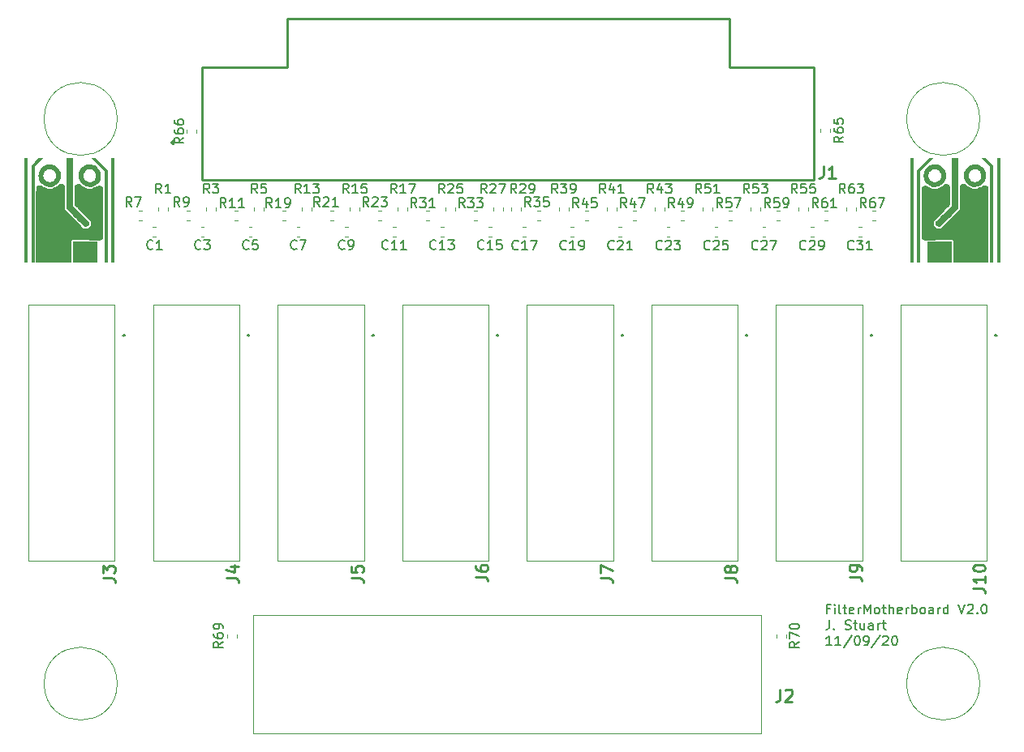
<source format=gts>
G04 #@! TF.GenerationSoftware,KiCad,Pcbnew,(5.1.5)-3*
G04 #@! TF.CreationDate,2020-11-09T15:19:13-05:00*
G04 #@! TF.ProjectId,FilterMotherboard,46696c74-6572-44d6-9f74-686572626f61,rev?*
G04 #@! TF.SameCoordinates,Original*
G04 #@! TF.FileFunction,Legend,Top*
G04 #@! TF.FilePolarity,Positive*
%FSLAX46Y46*%
G04 Gerber Fmt 4.6, Leading zero omitted, Abs format (unit mm)*
G04 Created by KiCad (PCBNEW (5.1.5)-3) date 2020-11-09 15:19:13*
%MOMM*%
%LPD*%
G04 APERTURE LIST*
%ADD10C,0.150000*%
%ADD11C,0.120000*%
%ADD12C,0.010000*%
%ADD13C,0.254000*%
%ADD14C,0.100000*%
%ADD15C,0.200000*%
G04 APERTURE END LIST*
D10*
X153668928Y-80578571D02*
X153335595Y-80578571D01*
X153335595Y-81102380D02*
X153335595Y-80102380D01*
X153811785Y-80102380D01*
X154192738Y-81102380D02*
X154192738Y-80435714D01*
X154192738Y-80102380D02*
X154145119Y-80150000D01*
X154192738Y-80197619D01*
X154240357Y-80150000D01*
X154192738Y-80102380D01*
X154192738Y-80197619D01*
X154811785Y-81102380D02*
X154716547Y-81054761D01*
X154668928Y-80959523D01*
X154668928Y-80102380D01*
X155049880Y-80435714D02*
X155430833Y-80435714D01*
X155192738Y-80102380D02*
X155192738Y-80959523D01*
X155240357Y-81054761D01*
X155335595Y-81102380D01*
X155430833Y-81102380D01*
X156145119Y-81054761D02*
X156049880Y-81102380D01*
X155859404Y-81102380D01*
X155764166Y-81054761D01*
X155716547Y-80959523D01*
X155716547Y-80578571D01*
X155764166Y-80483333D01*
X155859404Y-80435714D01*
X156049880Y-80435714D01*
X156145119Y-80483333D01*
X156192738Y-80578571D01*
X156192738Y-80673809D01*
X155716547Y-80769047D01*
X156621309Y-81102380D02*
X156621309Y-80435714D01*
X156621309Y-80626190D02*
X156668928Y-80530952D01*
X156716547Y-80483333D01*
X156811785Y-80435714D01*
X156907023Y-80435714D01*
X157240357Y-81102380D02*
X157240357Y-80102380D01*
X157573690Y-80816666D01*
X157907023Y-80102380D01*
X157907023Y-81102380D01*
X158526071Y-81102380D02*
X158430833Y-81054761D01*
X158383214Y-81007142D01*
X158335595Y-80911904D01*
X158335595Y-80626190D01*
X158383214Y-80530952D01*
X158430833Y-80483333D01*
X158526071Y-80435714D01*
X158668928Y-80435714D01*
X158764166Y-80483333D01*
X158811785Y-80530952D01*
X158859404Y-80626190D01*
X158859404Y-80911904D01*
X158811785Y-81007142D01*
X158764166Y-81054761D01*
X158668928Y-81102380D01*
X158526071Y-81102380D01*
X159145119Y-80435714D02*
X159526071Y-80435714D01*
X159287976Y-80102380D02*
X159287976Y-80959523D01*
X159335595Y-81054761D01*
X159430833Y-81102380D01*
X159526071Y-81102380D01*
X159859404Y-81102380D02*
X159859404Y-80102380D01*
X160287976Y-81102380D02*
X160287976Y-80578571D01*
X160240357Y-80483333D01*
X160145119Y-80435714D01*
X160002261Y-80435714D01*
X159907023Y-80483333D01*
X159859404Y-80530952D01*
X161145119Y-81054761D02*
X161049880Y-81102380D01*
X160859404Y-81102380D01*
X160764166Y-81054761D01*
X160716547Y-80959523D01*
X160716547Y-80578571D01*
X160764166Y-80483333D01*
X160859404Y-80435714D01*
X161049880Y-80435714D01*
X161145119Y-80483333D01*
X161192738Y-80578571D01*
X161192738Y-80673809D01*
X160716547Y-80769047D01*
X161621309Y-81102380D02*
X161621309Y-80435714D01*
X161621309Y-80626190D02*
X161668928Y-80530952D01*
X161716547Y-80483333D01*
X161811785Y-80435714D01*
X161907023Y-80435714D01*
X162240357Y-81102380D02*
X162240357Y-80102380D01*
X162240357Y-80483333D02*
X162335595Y-80435714D01*
X162526071Y-80435714D01*
X162621309Y-80483333D01*
X162668928Y-80530952D01*
X162716547Y-80626190D01*
X162716547Y-80911904D01*
X162668928Y-81007142D01*
X162621309Y-81054761D01*
X162526071Y-81102380D01*
X162335595Y-81102380D01*
X162240357Y-81054761D01*
X163287976Y-81102380D02*
X163192738Y-81054761D01*
X163145119Y-81007142D01*
X163097500Y-80911904D01*
X163097500Y-80626190D01*
X163145119Y-80530952D01*
X163192738Y-80483333D01*
X163287976Y-80435714D01*
X163430833Y-80435714D01*
X163526071Y-80483333D01*
X163573690Y-80530952D01*
X163621309Y-80626190D01*
X163621309Y-80911904D01*
X163573690Y-81007142D01*
X163526071Y-81054761D01*
X163430833Y-81102380D01*
X163287976Y-81102380D01*
X164478452Y-81102380D02*
X164478452Y-80578571D01*
X164430833Y-80483333D01*
X164335595Y-80435714D01*
X164145119Y-80435714D01*
X164049880Y-80483333D01*
X164478452Y-81054761D02*
X164383214Y-81102380D01*
X164145119Y-81102380D01*
X164049880Y-81054761D01*
X164002261Y-80959523D01*
X164002261Y-80864285D01*
X164049880Y-80769047D01*
X164145119Y-80721428D01*
X164383214Y-80721428D01*
X164478452Y-80673809D01*
X164954642Y-81102380D02*
X164954642Y-80435714D01*
X164954642Y-80626190D02*
X165002261Y-80530952D01*
X165049880Y-80483333D01*
X165145119Y-80435714D01*
X165240357Y-80435714D01*
X166002261Y-81102380D02*
X166002261Y-80102380D01*
X166002261Y-81054761D02*
X165907023Y-81102380D01*
X165716547Y-81102380D01*
X165621309Y-81054761D01*
X165573690Y-81007142D01*
X165526071Y-80911904D01*
X165526071Y-80626190D01*
X165573690Y-80530952D01*
X165621309Y-80483333D01*
X165716547Y-80435714D01*
X165907023Y-80435714D01*
X166002261Y-80483333D01*
X167097500Y-80102380D02*
X167430833Y-81102380D01*
X167764166Y-80102380D01*
X168049880Y-80197619D02*
X168097500Y-80150000D01*
X168192738Y-80102380D01*
X168430833Y-80102380D01*
X168526071Y-80150000D01*
X168573690Y-80197619D01*
X168621309Y-80292857D01*
X168621309Y-80388095D01*
X168573690Y-80530952D01*
X168002261Y-81102380D01*
X168621309Y-81102380D01*
X169049880Y-81007142D02*
X169097500Y-81054761D01*
X169049880Y-81102380D01*
X169002261Y-81054761D01*
X169049880Y-81007142D01*
X169049880Y-81102380D01*
X169716547Y-80102380D02*
X169811785Y-80102380D01*
X169907023Y-80150000D01*
X169954642Y-80197619D01*
X170002261Y-80292857D01*
X170049880Y-80483333D01*
X170049880Y-80721428D01*
X170002261Y-80911904D01*
X169954642Y-81007142D01*
X169907023Y-81054761D01*
X169811785Y-81102380D01*
X169716547Y-81102380D01*
X169621309Y-81054761D01*
X169573690Y-81007142D01*
X169526071Y-80911904D01*
X169478452Y-80721428D01*
X169478452Y-80483333D01*
X169526071Y-80292857D01*
X169573690Y-80197619D01*
X169621309Y-80150000D01*
X169716547Y-80102380D01*
X153621309Y-81752380D02*
X153621309Y-82466666D01*
X153573690Y-82609523D01*
X153478452Y-82704761D01*
X153335595Y-82752380D01*
X153240357Y-82752380D01*
X154097500Y-82657142D02*
X154145119Y-82704761D01*
X154097500Y-82752380D01*
X154049880Y-82704761D01*
X154097500Y-82657142D01*
X154097500Y-82752380D01*
X155287976Y-82704761D02*
X155430833Y-82752380D01*
X155668928Y-82752380D01*
X155764166Y-82704761D01*
X155811785Y-82657142D01*
X155859404Y-82561904D01*
X155859404Y-82466666D01*
X155811785Y-82371428D01*
X155764166Y-82323809D01*
X155668928Y-82276190D01*
X155478452Y-82228571D01*
X155383214Y-82180952D01*
X155335595Y-82133333D01*
X155287976Y-82038095D01*
X155287976Y-81942857D01*
X155335595Y-81847619D01*
X155383214Y-81800000D01*
X155478452Y-81752380D01*
X155716547Y-81752380D01*
X155859404Y-81800000D01*
X156145119Y-82085714D02*
X156526071Y-82085714D01*
X156287976Y-81752380D02*
X156287976Y-82609523D01*
X156335595Y-82704761D01*
X156430833Y-82752380D01*
X156526071Y-82752380D01*
X157287976Y-82085714D02*
X157287976Y-82752380D01*
X156859404Y-82085714D02*
X156859404Y-82609523D01*
X156907023Y-82704761D01*
X157002261Y-82752380D01*
X157145119Y-82752380D01*
X157240357Y-82704761D01*
X157287976Y-82657142D01*
X158192738Y-82752380D02*
X158192738Y-82228571D01*
X158145119Y-82133333D01*
X158049880Y-82085714D01*
X157859404Y-82085714D01*
X157764166Y-82133333D01*
X158192738Y-82704761D02*
X158097500Y-82752380D01*
X157859404Y-82752380D01*
X157764166Y-82704761D01*
X157716547Y-82609523D01*
X157716547Y-82514285D01*
X157764166Y-82419047D01*
X157859404Y-82371428D01*
X158097500Y-82371428D01*
X158192738Y-82323809D01*
X158668928Y-82752380D02*
X158668928Y-82085714D01*
X158668928Y-82276190D02*
X158716547Y-82180952D01*
X158764166Y-82133333D01*
X158859404Y-82085714D01*
X158954642Y-82085714D01*
X159145119Y-82085714D02*
X159526071Y-82085714D01*
X159287976Y-81752380D02*
X159287976Y-82609523D01*
X159335595Y-82704761D01*
X159430833Y-82752380D01*
X159526071Y-82752380D01*
X153859404Y-84402380D02*
X153287976Y-84402380D01*
X153573690Y-84402380D02*
X153573690Y-83402380D01*
X153478452Y-83545238D01*
X153383214Y-83640476D01*
X153287976Y-83688095D01*
X154811785Y-84402380D02*
X154240357Y-84402380D01*
X154526071Y-84402380D02*
X154526071Y-83402380D01*
X154430833Y-83545238D01*
X154335595Y-83640476D01*
X154240357Y-83688095D01*
X155954642Y-83354761D02*
X155097500Y-84640476D01*
X156478452Y-83402380D02*
X156573690Y-83402380D01*
X156668928Y-83450000D01*
X156716547Y-83497619D01*
X156764166Y-83592857D01*
X156811785Y-83783333D01*
X156811785Y-84021428D01*
X156764166Y-84211904D01*
X156716547Y-84307142D01*
X156668928Y-84354761D01*
X156573690Y-84402380D01*
X156478452Y-84402380D01*
X156383214Y-84354761D01*
X156335595Y-84307142D01*
X156287976Y-84211904D01*
X156240357Y-84021428D01*
X156240357Y-83783333D01*
X156287976Y-83592857D01*
X156335595Y-83497619D01*
X156383214Y-83450000D01*
X156478452Y-83402380D01*
X157287976Y-84402380D02*
X157478452Y-84402380D01*
X157573690Y-84354761D01*
X157621309Y-84307142D01*
X157716547Y-84164285D01*
X157764166Y-83973809D01*
X157764166Y-83592857D01*
X157716547Y-83497619D01*
X157668928Y-83450000D01*
X157573690Y-83402380D01*
X157383214Y-83402380D01*
X157287976Y-83450000D01*
X157240357Y-83497619D01*
X157192738Y-83592857D01*
X157192738Y-83830952D01*
X157240357Y-83926190D01*
X157287976Y-83973809D01*
X157383214Y-84021428D01*
X157573690Y-84021428D01*
X157668928Y-83973809D01*
X157716547Y-83926190D01*
X157764166Y-83830952D01*
X158907023Y-83354761D02*
X158049880Y-84640476D01*
X159192738Y-83497619D02*
X159240357Y-83450000D01*
X159335595Y-83402380D01*
X159573690Y-83402380D01*
X159668928Y-83450000D01*
X159716547Y-83497619D01*
X159764166Y-83592857D01*
X159764166Y-83688095D01*
X159716547Y-83830952D01*
X159145119Y-84402380D01*
X159764166Y-84402380D01*
X160383214Y-83402380D02*
X160478452Y-83402380D01*
X160573690Y-83450000D01*
X160621309Y-83497619D01*
X160668928Y-83592857D01*
X160716547Y-83783333D01*
X160716547Y-84021428D01*
X160668928Y-84211904D01*
X160621309Y-84307142D01*
X160573690Y-84354761D01*
X160478452Y-84402380D01*
X160383214Y-84402380D01*
X160287976Y-84354761D01*
X160240357Y-84307142D01*
X160192738Y-84211904D01*
X160145119Y-84021428D01*
X160145119Y-83783333D01*
X160192738Y-83592857D01*
X160240357Y-83497619D01*
X160287976Y-83450000D01*
X160383214Y-83402380D01*
D11*
X79310000Y-29400000D02*
G75*
G03X79310000Y-29400000I-3810000J0D01*
G01*
X79310000Y-88400000D02*
G75*
G03X79310000Y-88400000I-3810000J0D01*
G01*
X169310000Y-88400000D02*
G75*
G03X169310000Y-88400000I-3810000J0D01*
G01*
X169310000Y-29400000D02*
G75*
G03X169310000Y-29400000I-3810000J0D01*
G01*
D12*
G36*
X74662858Y-44282381D02*
G01*
X77142381Y-44282381D01*
X77142381Y-42238286D01*
X74662858Y-42238286D01*
X74662858Y-44282381D01*
G37*
X74662858Y-44282381D02*
X77142381Y-44282381D01*
X77142381Y-42238286D01*
X74662858Y-42238286D01*
X74662858Y-44282381D01*
G36*
X74012629Y-36109024D02*
G01*
X74012991Y-36404080D01*
X74013343Y-36675913D01*
X74013692Y-36925493D01*
X74014048Y-37153787D01*
X74014422Y-37361764D01*
X74014821Y-37550392D01*
X74015256Y-37720640D01*
X74015736Y-37873475D01*
X74016270Y-38009867D01*
X74016868Y-38130782D01*
X74017539Y-38237191D01*
X74018292Y-38330060D01*
X74019136Y-38410359D01*
X74020082Y-38479055D01*
X74021138Y-38537118D01*
X74022314Y-38585514D01*
X74023619Y-38625214D01*
X74025062Y-38657184D01*
X74026653Y-38682393D01*
X74028402Y-38701810D01*
X74030316Y-38716403D01*
X74032407Y-38727140D01*
X74034683Y-38734989D01*
X74037154Y-38740920D01*
X74038088Y-38742762D01*
X74050415Y-38758481D01*
X74078568Y-38789744D01*
X74121141Y-38835141D01*
X74176723Y-38893265D01*
X74243908Y-38962705D01*
X74321285Y-39042052D01*
X74407446Y-39129896D01*
X74500984Y-39224829D01*
X74600488Y-39325442D01*
X74704551Y-39430323D01*
X74811764Y-39538066D01*
X74920718Y-39647259D01*
X75030004Y-39756495D01*
X75138215Y-39864363D01*
X75243941Y-39969454D01*
X75345774Y-40070359D01*
X75442306Y-40165669D01*
X75532126Y-40253974D01*
X75613828Y-40333864D01*
X75686002Y-40403932D01*
X75747240Y-40462767D01*
X75796134Y-40508959D01*
X75831273Y-40541101D01*
X75851251Y-40557782D01*
X75853883Y-40559463D01*
X75898810Y-40575603D01*
X75955457Y-40586172D01*
X76013724Y-40590118D01*
X76063513Y-40586393D01*
X76078079Y-40582758D01*
X76159011Y-40543821D01*
X76227369Y-40485559D01*
X76279002Y-40411905D01*
X76295264Y-40362488D01*
X76302200Y-40300147D01*
X76299946Y-40234223D01*
X76288636Y-40174059D01*
X76275077Y-40139762D01*
X76262485Y-40123721D01*
X76233751Y-40091757D01*
X76189934Y-40044956D01*
X76132092Y-39984404D01*
X76061283Y-39911186D01*
X75978567Y-39826390D01*
X75885003Y-39731100D01*
X75781648Y-39626404D01*
X75669562Y-39513386D01*
X75549803Y-39393133D01*
X75443809Y-39287082D01*
X74638667Y-38482783D01*
X74638667Y-33517620D01*
X74009496Y-33517620D01*
X74012629Y-36109024D01*
G37*
X74012629Y-36109024D02*
X74012991Y-36404080D01*
X74013343Y-36675913D01*
X74013692Y-36925493D01*
X74014048Y-37153787D01*
X74014422Y-37361764D01*
X74014821Y-37550392D01*
X74015256Y-37720640D01*
X74015736Y-37873475D01*
X74016270Y-38009867D01*
X74016868Y-38130782D01*
X74017539Y-38237191D01*
X74018292Y-38330060D01*
X74019136Y-38410359D01*
X74020082Y-38479055D01*
X74021138Y-38537118D01*
X74022314Y-38585514D01*
X74023619Y-38625214D01*
X74025062Y-38657184D01*
X74026653Y-38682393D01*
X74028402Y-38701810D01*
X74030316Y-38716403D01*
X74032407Y-38727140D01*
X74034683Y-38734989D01*
X74037154Y-38740920D01*
X74038088Y-38742762D01*
X74050415Y-38758481D01*
X74078568Y-38789744D01*
X74121141Y-38835141D01*
X74176723Y-38893265D01*
X74243908Y-38962705D01*
X74321285Y-39042052D01*
X74407446Y-39129896D01*
X74500984Y-39224829D01*
X74600488Y-39325442D01*
X74704551Y-39430323D01*
X74811764Y-39538066D01*
X74920718Y-39647259D01*
X75030004Y-39756495D01*
X75138215Y-39864363D01*
X75243941Y-39969454D01*
X75345774Y-40070359D01*
X75442306Y-40165669D01*
X75532126Y-40253974D01*
X75613828Y-40333864D01*
X75686002Y-40403932D01*
X75747240Y-40462767D01*
X75796134Y-40508959D01*
X75831273Y-40541101D01*
X75851251Y-40557782D01*
X75853883Y-40559463D01*
X75898810Y-40575603D01*
X75955457Y-40586172D01*
X76013724Y-40590118D01*
X76063513Y-40586393D01*
X76078079Y-40582758D01*
X76159011Y-40543821D01*
X76227369Y-40485559D01*
X76279002Y-40411905D01*
X76295264Y-40362488D01*
X76302200Y-40300147D01*
X76299946Y-40234223D01*
X76288636Y-40174059D01*
X76275077Y-40139762D01*
X76262485Y-40123721D01*
X76233751Y-40091757D01*
X76189934Y-40044956D01*
X76132092Y-39984404D01*
X76061283Y-39911186D01*
X75978567Y-39826390D01*
X75885003Y-39731100D01*
X75781648Y-39626404D01*
X75669562Y-39513386D01*
X75549803Y-39393133D01*
X75443809Y-39287082D01*
X74638667Y-38482783D01*
X74638667Y-33517620D01*
X74009496Y-33517620D01*
X74012629Y-36109024D01*
G36*
X78702667Y-44282381D02*
G01*
X78956667Y-44282381D01*
X78956667Y-33517620D01*
X78702667Y-33517620D01*
X78702667Y-44282381D01*
G37*
X78702667Y-44282381D02*
X78956667Y-44282381D01*
X78956667Y-33517620D01*
X78702667Y-33517620D01*
X78702667Y-44282381D01*
G36*
X70734857Y-33883571D02*
G01*
X70639286Y-33979540D01*
X70559946Y-34060056D01*
X70495624Y-34126426D01*
X70445111Y-34179960D01*
X70407193Y-34221965D01*
X70380660Y-34253750D01*
X70364300Y-34276623D01*
X70356956Y-34291705D01*
X70355811Y-34307877D01*
X70354722Y-34348163D01*
X70353689Y-34412488D01*
X70352712Y-34500777D01*
X70351791Y-34612953D01*
X70350927Y-34748942D01*
X70350119Y-34908668D01*
X70349369Y-35092054D01*
X70348675Y-35299026D01*
X70348039Y-35529507D01*
X70347460Y-35783423D01*
X70346939Y-36060697D01*
X70346475Y-36361253D01*
X70346069Y-36685017D01*
X70345722Y-37031913D01*
X70345433Y-37401864D01*
X70345202Y-37794796D01*
X70345030Y-38210632D01*
X70344917Y-38649298D01*
X70344863Y-39110716D01*
X70344858Y-39308135D01*
X70344858Y-44282381D01*
X70598858Y-44282381D01*
X70598858Y-34370460D01*
X71451444Y-33517620D01*
X71100661Y-33517620D01*
X70734857Y-33883571D01*
G37*
X70734857Y-33883571D02*
X70639286Y-33979540D01*
X70559946Y-34060056D01*
X70495624Y-34126426D01*
X70445111Y-34179960D01*
X70407193Y-34221965D01*
X70380660Y-34253750D01*
X70364300Y-34276623D01*
X70356956Y-34291705D01*
X70355811Y-34307877D01*
X70354722Y-34348163D01*
X70353689Y-34412488D01*
X70352712Y-34500777D01*
X70351791Y-34612953D01*
X70350927Y-34748942D01*
X70350119Y-34908668D01*
X70349369Y-35092054D01*
X70348675Y-35299026D01*
X70348039Y-35529507D01*
X70347460Y-35783423D01*
X70346939Y-36060697D01*
X70346475Y-36361253D01*
X70346069Y-36685017D01*
X70345722Y-37031913D01*
X70345433Y-37401864D01*
X70345202Y-37794796D01*
X70345030Y-38210632D01*
X70344917Y-38649298D01*
X70344863Y-39110716D01*
X70344858Y-39308135D01*
X70344858Y-44282381D01*
X70598858Y-44282381D01*
X70598858Y-34370460D01*
X71451444Y-33517620D01*
X71100661Y-33517620D01*
X70734857Y-33883571D01*
G36*
X77326874Y-34191969D02*
G01*
X78001143Y-34866319D01*
X78001143Y-44282381D01*
X78255143Y-44282381D01*
X78255143Y-34770020D01*
X77003601Y-33517620D01*
X76652605Y-33517620D01*
X77326874Y-34191969D01*
G37*
X77326874Y-34191969D02*
X78001143Y-34866319D01*
X78001143Y-44282381D01*
X78255143Y-44282381D01*
X78255143Y-34770020D01*
X77003601Y-33517620D01*
X76652605Y-33517620D01*
X77326874Y-34191969D01*
G36*
X69631239Y-44282381D02*
G01*
X69885239Y-44282381D01*
X69885239Y-33517620D01*
X69631239Y-33517620D01*
X69631239Y-44282381D01*
G37*
X69631239Y-44282381D02*
X69885239Y-44282381D01*
X69885239Y-33517620D01*
X69631239Y-33517620D01*
X69631239Y-44282381D01*
G36*
X76306144Y-34168007D02*
G01*
X76210687Y-34177590D01*
X76132429Y-34193106D01*
X75976272Y-34247733D01*
X75831240Y-34322915D01*
X75699075Y-34416908D01*
X75581520Y-34527970D01*
X75480319Y-34654356D01*
X75397215Y-34794324D01*
X75333950Y-34946131D01*
X75314153Y-35011381D01*
X75298364Y-35091555D01*
X75288918Y-35187264D01*
X75285815Y-35290698D01*
X75289055Y-35394048D01*
X75298637Y-35489504D01*
X75314153Y-35567762D01*
X75368169Y-35722228D01*
X75442515Y-35866114D01*
X75535312Y-35997543D01*
X75644681Y-36114639D01*
X75768745Y-36215527D01*
X75905623Y-36298329D01*
X76053439Y-36361171D01*
X76132429Y-36384929D01*
X76212740Y-36400738D01*
X76306677Y-36411184D01*
X76405674Y-36415934D01*
X76501166Y-36414653D01*
X76584588Y-36407006D01*
X76606060Y-36403406D01*
X76766461Y-36360848D01*
X76916634Y-36297213D01*
X77054906Y-36214053D01*
X77179608Y-36112916D01*
X77289066Y-35995354D01*
X77381610Y-35862916D01*
X77455567Y-35717153D01*
X77507086Y-35567762D01*
X77522875Y-35487589D01*
X77532321Y-35391880D01*
X77534309Y-35325611D01*
X77112474Y-35325611D01*
X77105010Y-35410310D01*
X77090123Y-35483937D01*
X77084698Y-35501239D01*
X77029979Y-35624354D01*
X76956839Y-35732993D01*
X76867043Y-35825575D01*
X76762354Y-35900522D01*
X76644537Y-35956254D01*
X76543667Y-35985586D01*
X76481921Y-35993046D01*
X76406318Y-35993367D01*
X76325890Y-35987247D01*
X76249668Y-35975379D01*
X76186681Y-35958460D01*
X76185411Y-35957999D01*
X76092897Y-35918827D01*
X76015037Y-35872581D01*
X75942313Y-35813155D01*
X75908667Y-35780425D01*
X75827427Y-35682657D01*
X75764591Y-35571871D01*
X75731870Y-35489143D01*
X75717959Y-35428729D01*
X75710151Y-35353328D01*
X75708446Y-35271363D01*
X75712843Y-35191255D01*
X75723342Y-35121425D01*
X75731870Y-35090000D01*
X75786652Y-34963926D01*
X75860063Y-34852953D01*
X75951009Y-34758176D01*
X76058398Y-34680686D01*
X76181138Y-34621576D01*
X76211048Y-34610822D01*
X76271462Y-34596912D01*
X76346863Y-34589104D01*
X76428828Y-34587398D01*
X76508937Y-34591795D01*
X76578766Y-34602294D01*
X76610191Y-34610822D01*
X76736266Y-34665605D01*
X76847238Y-34739015D01*
X76942016Y-34829961D01*
X77019506Y-34937350D01*
X77078616Y-35060090D01*
X77089369Y-35090000D01*
X77104750Y-35156964D01*
X77112420Y-35238331D01*
X77112474Y-35325611D01*
X77534309Y-35325611D01*
X77535424Y-35288446D01*
X77532184Y-35185096D01*
X77522602Y-35089639D01*
X77507086Y-35011381D01*
X77452458Y-34855225D01*
X77377276Y-34710192D01*
X77283283Y-34578027D01*
X77172222Y-34460473D01*
X77045835Y-34359272D01*
X76905867Y-34276167D01*
X76754060Y-34212903D01*
X76688810Y-34193106D01*
X76608636Y-34177317D01*
X76512928Y-34167871D01*
X76409494Y-34164767D01*
X76306144Y-34168007D01*
G37*
X76306144Y-34168007D02*
X76210687Y-34177590D01*
X76132429Y-34193106D01*
X75976272Y-34247733D01*
X75831240Y-34322915D01*
X75699075Y-34416908D01*
X75581520Y-34527970D01*
X75480319Y-34654356D01*
X75397215Y-34794324D01*
X75333950Y-34946131D01*
X75314153Y-35011381D01*
X75298364Y-35091555D01*
X75288918Y-35187264D01*
X75285815Y-35290698D01*
X75289055Y-35394048D01*
X75298637Y-35489504D01*
X75314153Y-35567762D01*
X75368169Y-35722228D01*
X75442515Y-35866114D01*
X75535312Y-35997543D01*
X75644681Y-36114639D01*
X75768745Y-36215527D01*
X75905623Y-36298329D01*
X76053439Y-36361171D01*
X76132429Y-36384929D01*
X76212740Y-36400738D01*
X76306677Y-36411184D01*
X76405674Y-36415934D01*
X76501166Y-36414653D01*
X76584588Y-36407006D01*
X76606060Y-36403406D01*
X76766461Y-36360848D01*
X76916634Y-36297213D01*
X77054906Y-36214053D01*
X77179608Y-36112916D01*
X77289066Y-35995354D01*
X77381610Y-35862916D01*
X77455567Y-35717153D01*
X77507086Y-35567762D01*
X77522875Y-35487589D01*
X77532321Y-35391880D01*
X77534309Y-35325611D01*
X77112474Y-35325611D01*
X77105010Y-35410310D01*
X77090123Y-35483937D01*
X77084698Y-35501239D01*
X77029979Y-35624354D01*
X76956839Y-35732993D01*
X76867043Y-35825575D01*
X76762354Y-35900522D01*
X76644537Y-35956254D01*
X76543667Y-35985586D01*
X76481921Y-35993046D01*
X76406318Y-35993367D01*
X76325890Y-35987247D01*
X76249668Y-35975379D01*
X76186681Y-35958460D01*
X76185411Y-35957999D01*
X76092897Y-35918827D01*
X76015037Y-35872581D01*
X75942313Y-35813155D01*
X75908667Y-35780425D01*
X75827427Y-35682657D01*
X75764591Y-35571871D01*
X75731870Y-35489143D01*
X75717959Y-35428729D01*
X75710151Y-35353328D01*
X75708446Y-35271363D01*
X75712843Y-35191255D01*
X75723342Y-35121425D01*
X75731870Y-35090000D01*
X75786652Y-34963926D01*
X75860063Y-34852953D01*
X75951009Y-34758176D01*
X76058398Y-34680686D01*
X76181138Y-34621576D01*
X76211048Y-34610822D01*
X76271462Y-34596912D01*
X76346863Y-34589104D01*
X76428828Y-34587398D01*
X76508937Y-34591795D01*
X76578766Y-34602294D01*
X76610191Y-34610822D01*
X76736266Y-34665605D01*
X76847238Y-34739015D01*
X76942016Y-34829961D01*
X77019506Y-34937350D01*
X77078616Y-35060090D01*
X77089369Y-35090000D01*
X77104750Y-35156964D01*
X77112420Y-35238331D01*
X77112474Y-35325611D01*
X77534309Y-35325611D01*
X77535424Y-35288446D01*
X77532184Y-35185096D01*
X77522602Y-35089639D01*
X77507086Y-35011381D01*
X77452458Y-34855225D01*
X77377276Y-34710192D01*
X77283283Y-34578027D01*
X77172222Y-34460473D01*
X77045835Y-34359272D01*
X76905867Y-34276167D01*
X76754060Y-34212903D01*
X76688810Y-34193106D01*
X76608636Y-34177317D01*
X76512928Y-34167871D01*
X76409494Y-34164767D01*
X76306144Y-34168007D01*
G36*
X72121191Y-34168007D02*
G01*
X72025735Y-34177590D01*
X71947477Y-34193106D01*
X71791320Y-34247733D01*
X71646287Y-34322915D01*
X71514122Y-34416908D01*
X71396568Y-34527970D01*
X71295367Y-34654356D01*
X71212263Y-34794324D01*
X71148998Y-34946131D01*
X71129201Y-35011381D01*
X71113412Y-35091555D01*
X71103966Y-35187264D01*
X71100863Y-35290698D01*
X71104102Y-35394048D01*
X71113685Y-35489504D01*
X71129201Y-35567762D01*
X71183217Y-35722228D01*
X71257562Y-35866114D01*
X71350359Y-35997543D01*
X71459729Y-36114639D01*
X71583792Y-36215527D01*
X71720671Y-36298329D01*
X71868486Y-36361171D01*
X71947477Y-36384929D01*
X72027788Y-36400738D01*
X72121724Y-36411184D01*
X72220721Y-36415934D01*
X72316213Y-36414653D01*
X72399635Y-36407006D01*
X72421107Y-36403406D01*
X72581509Y-36360848D01*
X72731681Y-36297213D01*
X72869954Y-36214053D01*
X72994655Y-36112916D01*
X73104113Y-35995354D01*
X73196657Y-35862916D01*
X73270615Y-35717153D01*
X73322133Y-35567762D01*
X73337922Y-35487589D01*
X73347368Y-35391880D01*
X73349356Y-35325611D01*
X72927522Y-35325611D01*
X72920058Y-35410310D01*
X72905171Y-35483937D01*
X72899746Y-35501239D01*
X72845027Y-35624354D01*
X72771887Y-35732993D01*
X72682091Y-35825575D01*
X72577402Y-35900522D01*
X72459585Y-35956254D01*
X72358715Y-35985586D01*
X72296968Y-35993046D01*
X72221366Y-35993367D01*
X72140938Y-35987247D01*
X72064715Y-35975379D01*
X72001729Y-35958460D01*
X72000459Y-35957999D01*
X71907945Y-35918827D01*
X71830085Y-35872581D01*
X71757361Y-35813155D01*
X71723715Y-35780425D01*
X71642149Y-35684546D01*
X71583011Y-35583827D01*
X71544947Y-35474934D01*
X71526602Y-35354534D01*
X71524402Y-35289572D01*
X71526108Y-35213057D01*
X71531719Y-35153993D01*
X71541972Y-35105849D01*
X71546918Y-35090000D01*
X71601700Y-34963926D01*
X71675110Y-34852953D01*
X71766057Y-34758176D01*
X71873446Y-34680686D01*
X71996186Y-34621576D01*
X72026096Y-34610822D01*
X72086510Y-34596912D01*
X72161911Y-34589104D01*
X72243876Y-34587398D01*
X72323984Y-34591795D01*
X72393814Y-34602294D01*
X72425239Y-34610822D01*
X72551313Y-34665605D01*
X72662286Y-34739015D01*
X72757063Y-34829961D01*
X72834553Y-34937350D01*
X72893663Y-35060090D01*
X72904417Y-35090000D01*
X72919798Y-35156964D01*
X72927467Y-35238331D01*
X72927522Y-35325611D01*
X73349356Y-35325611D01*
X73350472Y-35288446D01*
X73347232Y-35185096D01*
X73337650Y-35089639D01*
X73322133Y-35011381D01*
X73267506Y-34855225D01*
X73192324Y-34710192D01*
X73098331Y-34578027D01*
X72987269Y-34460473D01*
X72860883Y-34359272D01*
X72720915Y-34276167D01*
X72569108Y-34212903D01*
X72503858Y-34193106D01*
X72423684Y-34177317D01*
X72327975Y-34167871D01*
X72224541Y-34164767D01*
X72121191Y-34168007D01*
G37*
X72121191Y-34168007D02*
X72025735Y-34177590D01*
X71947477Y-34193106D01*
X71791320Y-34247733D01*
X71646287Y-34322915D01*
X71514122Y-34416908D01*
X71396568Y-34527970D01*
X71295367Y-34654356D01*
X71212263Y-34794324D01*
X71148998Y-34946131D01*
X71129201Y-35011381D01*
X71113412Y-35091555D01*
X71103966Y-35187264D01*
X71100863Y-35290698D01*
X71104102Y-35394048D01*
X71113685Y-35489504D01*
X71129201Y-35567762D01*
X71183217Y-35722228D01*
X71257562Y-35866114D01*
X71350359Y-35997543D01*
X71459729Y-36114639D01*
X71583792Y-36215527D01*
X71720671Y-36298329D01*
X71868486Y-36361171D01*
X71947477Y-36384929D01*
X72027788Y-36400738D01*
X72121724Y-36411184D01*
X72220721Y-36415934D01*
X72316213Y-36414653D01*
X72399635Y-36407006D01*
X72421107Y-36403406D01*
X72581509Y-36360848D01*
X72731681Y-36297213D01*
X72869954Y-36214053D01*
X72994655Y-36112916D01*
X73104113Y-35995354D01*
X73196657Y-35862916D01*
X73270615Y-35717153D01*
X73322133Y-35567762D01*
X73337922Y-35487589D01*
X73347368Y-35391880D01*
X73349356Y-35325611D01*
X72927522Y-35325611D01*
X72920058Y-35410310D01*
X72905171Y-35483937D01*
X72899746Y-35501239D01*
X72845027Y-35624354D01*
X72771887Y-35732993D01*
X72682091Y-35825575D01*
X72577402Y-35900522D01*
X72459585Y-35956254D01*
X72358715Y-35985586D01*
X72296968Y-35993046D01*
X72221366Y-35993367D01*
X72140938Y-35987247D01*
X72064715Y-35975379D01*
X72001729Y-35958460D01*
X72000459Y-35957999D01*
X71907945Y-35918827D01*
X71830085Y-35872581D01*
X71757361Y-35813155D01*
X71723715Y-35780425D01*
X71642149Y-35684546D01*
X71583011Y-35583827D01*
X71544947Y-35474934D01*
X71526602Y-35354534D01*
X71524402Y-35289572D01*
X71526108Y-35213057D01*
X71531719Y-35153993D01*
X71541972Y-35105849D01*
X71546918Y-35090000D01*
X71601700Y-34963926D01*
X71675110Y-34852953D01*
X71766057Y-34758176D01*
X71873446Y-34680686D01*
X71996186Y-34621576D01*
X72026096Y-34610822D01*
X72086510Y-34596912D01*
X72161911Y-34589104D01*
X72243876Y-34587398D01*
X72323984Y-34591795D01*
X72393814Y-34602294D01*
X72425239Y-34610822D01*
X72551313Y-34665605D01*
X72662286Y-34739015D01*
X72757063Y-34829961D01*
X72834553Y-34937350D01*
X72893663Y-35060090D01*
X72904417Y-35090000D01*
X72919798Y-35156964D01*
X72927467Y-35238331D01*
X72927522Y-35325611D01*
X73349356Y-35325611D01*
X73350472Y-35288446D01*
X73347232Y-35185096D01*
X73337650Y-35089639D01*
X73322133Y-35011381D01*
X73267506Y-34855225D01*
X73192324Y-34710192D01*
X73098331Y-34578027D01*
X72987269Y-34460473D01*
X72860883Y-34359272D01*
X72720915Y-34276167D01*
X72569108Y-34212903D01*
X72503858Y-34193106D01*
X72423684Y-34177317D01*
X72327975Y-34167871D01*
X72224541Y-34164767D01*
X72121191Y-34168007D01*
G36*
X73328793Y-36192169D02*
G01*
X73308604Y-36197713D01*
X73278875Y-36208386D01*
X73250271Y-36223674D01*
X73218476Y-36246745D01*
X73179175Y-36280768D01*
X73128054Y-36328913D01*
X73121956Y-36334790D01*
X72999762Y-36452726D01*
X72751526Y-36557554D01*
X72503290Y-36662381D01*
X71960410Y-36662381D01*
X71700159Y-36552063D01*
X71597132Y-36507324D01*
X71512888Y-36468468D01*
X71448590Y-36436065D01*
X71405402Y-36410687D01*
X71391840Y-36400600D01*
X71332759Y-36362577D01*
X71261617Y-36335686D01*
X71189466Y-36323926D01*
X71179429Y-36323715D01*
X71092740Y-36335337D01*
X71013065Y-36370018D01*
X70942783Y-36425735D01*
X70933248Y-36434349D01*
X70924320Y-36441019D01*
X70915981Y-36446530D01*
X70908210Y-36451664D01*
X70900987Y-36457206D01*
X70894292Y-36463939D01*
X70888106Y-36472646D01*
X70882409Y-36484111D01*
X70877180Y-36499116D01*
X70872401Y-36518447D01*
X70868051Y-36542885D01*
X70864110Y-36573215D01*
X70860558Y-36610219D01*
X70857376Y-36654682D01*
X70854544Y-36707386D01*
X70852041Y-36769116D01*
X70849849Y-36840654D01*
X70847946Y-36922785D01*
X70846314Y-37016291D01*
X70844932Y-37121955D01*
X70843781Y-37240563D01*
X70842841Y-37372896D01*
X70842091Y-37519738D01*
X70841512Y-37681873D01*
X70841085Y-37860084D01*
X70840788Y-38055154D01*
X70840603Y-38267868D01*
X70840510Y-38499008D01*
X70840488Y-38749358D01*
X70840518Y-39019701D01*
X70840580Y-39310821D01*
X70840654Y-39623502D01*
X70840720Y-39958525D01*
X70840759Y-40316676D01*
X70840762Y-40450386D01*
X70840762Y-44282381D01*
X74433048Y-44282381D01*
X74433048Y-42122624D01*
X74573252Y-41983884D01*
X75957602Y-41988646D01*
X76139719Y-41989346D01*
X76315809Y-41990165D01*
X76484277Y-41991089D01*
X76643524Y-41992102D01*
X76791955Y-41993191D01*
X76927972Y-41994338D01*
X77049977Y-41995531D01*
X77156374Y-41996754D01*
X77245566Y-41997992D01*
X77315956Y-41999230D01*
X77365947Y-42000454D01*
X77393941Y-42001648D01*
X77398434Y-42002084D01*
X77478561Y-42002591D01*
X77555500Y-41979447D01*
X77627999Y-41933114D01*
X77657018Y-41906656D01*
X77668610Y-41895873D01*
X77679297Y-41886988D01*
X77689117Y-41879030D01*
X77698105Y-41871027D01*
X77706299Y-41862008D01*
X77713734Y-41851003D01*
X77720447Y-41837039D01*
X77726474Y-41819145D01*
X77731853Y-41796349D01*
X77736619Y-41767682D01*
X77740809Y-41732170D01*
X77744459Y-41688843D01*
X77747606Y-41636729D01*
X77750287Y-41574857D01*
X77752537Y-41502256D01*
X77754394Y-41417954D01*
X77755893Y-41320980D01*
X77757072Y-41210363D01*
X77757966Y-41085131D01*
X77758612Y-40944313D01*
X77759047Y-40786937D01*
X77759308Y-40612033D01*
X77759430Y-40418628D01*
X77759450Y-40205752D01*
X77759404Y-39972432D01*
X77759329Y-39717699D01*
X77759262Y-39440580D01*
X77759239Y-39184239D01*
X77759270Y-38887141D01*
X77759340Y-38613262D01*
X77759412Y-38361632D01*
X77759450Y-38131277D01*
X77759418Y-37921228D01*
X77759278Y-37730512D01*
X77758995Y-37558159D01*
X77758532Y-37403196D01*
X77757853Y-37264654D01*
X77756921Y-37141560D01*
X77755701Y-37032943D01*
X77754154Y-36937832D01*
X77752246Y-36855255D01*
X77749940Y-36784241D01*
X77747199Y-36723820D01*
X77743987Y-36673018D01*
X77740268Y-36630866D01*
X77736005Y-36596392D01*
X77731161Y-36568624D01*
X77725701Y-36546591D01*
X77719588Y-36529322D01*
X77712785Y-36515845D01*
X77705257Y-36505190D01*
X77696966Y-36496385D01*
X77687877Y-36488458D01*
X77677952Y-36480438D01*
X77667156Y-36471354D01*
X77657218Y-36462021D01*
X77584981Y-36405121D01*
X77505092Y-36371039D01*
X77420299Y-36360000D01*
X77358452Y-36367341D01*
X77293136Y-36386787D01*
X77236365Y-36414475D01*
X77223479Y-36423297D01*
X77201045Y-36436510D01*
X77160115Y-36457114D01*
X77104563Y-36483299D01*
X77038267Y-36513256D01*
X76965099Y-36545173D01*
X76936479Y-36557364D01*
X76688242Y-36662381D01*
X76145889Y-36662381D01*
X75638643Y-36452051D01*
X75530448Y-36345998D01*
X75464506Y-36284590D01*
X75408102Y-36240177D01*
X75356690Y-36210086D01*
X75305725Y-36191644D01*
X75252132Y-36182327D01*
X75163745Y-36183957D01*
X75083335Y-36208239D01*
X75009856Y-36255554D01*
X74982793Y-36280393D01*
X74964493Y-36298435D01*
X74948514Y-36314658D01*
X74934699Y-36330746D01*
X74922891Y-36348382D01*
X74912934Y-36369251D01*
X74904669Y-36395036D01*
X74897940Y-36427422D01*
X74892589Y-36468091D01*
X74888460Y-36518728D01*
X74885396Y-36581017D01*
X74883239Y-36656641D01*
X74881832Y-36747284D01*
X74881018Y-36854631D01*
X74880640Y-36980364D01*
X74880541Y-37126169D01*
X74880564Y-37293728D01*
X74880572Y-37376000D01*
X74880622Y-37548269D01*
X74880794Y-37698044D01*
X74881122Y-37827024D01*
X74881639Y-37936906D01*
X74882378Y-38029387D01*
X74883375Y-38106166D01*
X74884661Y-38168939D01*
X74886271Y-38219404D01*
X74888239Y-38259258D01*
X74890597Y-38290200D01*
X74893379Y-38313925D01*
X74896620Y-38332133D01*
X74899733Y-38344448D01*
X74903384Y-38355857D01*
X74908245Y-38367564D01*
X74915345Y-38380661D01*
X74925718Y-38396235D01*
X74940392Y-38415377D01*
X74960401Y-38439176D01*
X74986773Y-38468722D01*
X75020541Y-38505104D01*
X75062736Y-38549412D01*
X75114388Y-38602736D01*
X75176529Y-38666165D01*
X75250189Y-38740789D01*
X75336400Y-38827697D01*
X75436193Y-38927980D01*
X75550598Y-39042725D01*
X75680646Y-39173024D01*
X75740352Y-39232822D01*
X76561810Y-40055501D01*
X76561810Y-40515039D01*
X76395344Y-40681186D01*
X76228878Y-40847334D01*
X75758854Y-40847334D01*
X74757394Y-39846453D01*
X73755935Y-38845572D01*
X73755825Y-37659410D01*
X73755842Y-37456120D01*
X73755863Y-37275570D01*
X73755779Y-37116308D01*
X73755483Y-36976884D01*
X73754867Y-36855846D01*
X73753825Y-36751745D01*
X73752249Y-36663128D01*
X73750030Y-36588545D01*
X73747063Y-36526545D01*
X73743238Y-36475678D01*
X73738450Y-36434492D01*
X73732590Y-36401537D01*
X73725550Y-36375361D01*
X73717225Y-36354514D01*
X73707505Y-36337545D01*
X73696283Y-36323003D01*
X73683453Y-36309437D01*
X73668906Y-36295396D01*
X73653694Y-36280593D01*
X73582230Y-36223695D01*
X73504634Y-36190082D01*
X73420342Y-36179618D01*
X73328793Y-36192169D01*
G37*
X73328793Y-36192169D02*
X73308604Y-36197713D01*
X73278875Y-36208386D01*
X73250271Y-36223674D01*
X73218476Y-36246745D01*
X73179175Y-36280768D01*
X73128054Y-36328913D01*
X73121956Y-36334790D01*
X72999762Y-36452726D01*
X72751526Y-36557554D01*
X72503290Y-36662381D01*
X71960410Y-36662381D01*
X71700159Y-36552063D01*
X71597132Y-36507324D01*
X71512888Y-36468468D01*
X71448590Y-36436065D01*
X71405402Y-36410687D01*
X71391840Y-36400600D01*
X71332759Y-36362577D01*
X71261617Y-36335686D01*
X71189466Y-36323926D01*
X71179429Y-36323715D01*
X71092740Y-36335337D01*
X71013065Y-36370018D01*
X70942783Y-36425735D01*
X70933248Y-36434349D01*
X70924320Y-36441019D01*
X70915981Y-36446530D01*
X70908210Y-36451664D01*
X70900987Y-36457206D01*
X70894292Y-36463939D01*
X70888106Y-36472646D01*
X70882409Y-36484111D01*
X70877180Y-36499116D01*
X70872401Y-36518447D01*
X70868051Y-36542885D01*
X70864110Y-36573215D01*
X70860558Y-36610219D01*
X70857376Y-36654682D01*
X70854544Y-36707386D01*
X70852041Y-36769116D01*
X70849849Y-36840654D01*
X70847946Y-36922785D01*
X70846314Y-37016291D01*
X70844932Y-37121955D01*
X70843781Y-37240563D01*
X70842841Y-37372896D01*
X70842091Y-37519738D01*
X70841512Y-37681873D01*
X70841085Y-37860084D01*
X70840788Y-38055154D01*
X70840603Y-38267868D01*
X70840510Y-38499008D01*
X70840488Y-38749358D01*
X70840518Y-39019701D01*
X70840580Y-39310821D01*
X70840654Y-39623502D01*
X70840720Y-39958525D01*
X70840759Y-40316676D01*
X70840762Y-40450386D01*
X70840762Y-44282381D01*
X74433048Y-44282381D01*
X74433048Y-42122624D01*
X74573252Y-41983884D01*
X75957602Y-41988646D01*
X76139719Y-41989346D01*
X76315809Y-41990165D01*
X76484277Y-41991089D01*
X76643524Y-41992102D01*
X76791955Y-41993191D01*
X76927972Y-41994338D01*
X77049977Y-41995531D01*
X77156374Y-41996754D01*
X77245566Y-41997992D01*
X77315956Y-41999230D01*
X77365947Y-42000454D01*
X77393941Y-42001648D01*
X77398434Y-42002084D01*
X77478561Y-42002591D01*
X77555500Y-41979447D01*
X77627999Y-41933114D01*
X77657018Y-41906656D01*
X77668610Y-41895873D01*
X77679297Y-41886988D01*
X77689117Y-41879030D01*
X77698105Y-41871027D01*
X77706299Y-41862008D01*
X77713734Y-41851003D01*
X77720447Y-41837039D01*
X77726474Y-41819145D01*
X77731853Y-41796349D01*
X77736619Y-41767682D01*
X77740809Y-41732170D01*
X77744459Y-41688843D01*
X77747606Y-41636729D01*
X77750287Y-41574857D01*
X77752537Y-41502256D01*
X77754394Y-41417954D01*
X77755893Y-41320980D01*
X77757072Y-41210363D01*
X77757966Y-41085131D01*
X77758612Y-40944313D01*
X77759047Y-40786937D01*
X77759308Y-40612033D01*
X77759430Y-40418628D01*
X77759450Y-40205752D01*
X77759404Y-39972432D01*
X77759329Y-39717699D01*
X77759262Y-39440580D01*
X77759239Y-39184239D01*
X77759270Y-38887141D01*
X77759340Y-38613262D01*
X77759412Y-38361632D01*
X77759450Y-38131277D01*
X77759418Y-37921228D01*
X77759278Y-37730512D01*
X77758995Y-37558159D01*
X77758532Y-37403196D01*
X77757853Y-37264654D01*
X77756921Y-37141560D01*
X77755701Y-37032943D01*
X77754154Y-36937832D01*
X77752246Y-36855255D01*
X77749940Y-36784241D01*
X77747199Y-36723820D01*
X77743987Y-36673018D01*
X77740268Y-36630866D01*
X77736005Y-36596392D01*
X77731161Y-36568624D01*
X77725701Y-36546591D01*
X77719588Y-36529322D01*
X77712785Y-36515845D01*
X77705257Y-36505190D01*
X77696966Y-36496385D01*
X77687877Y-36488458D01*
X77677952Y-36480438D01*
X77667156Y-36471354D01*
X77657218Y-36462021D01*
X77584981Y-36405121D01*
X77505092Y-36371039D01*
X77420299Y-36360000D01*
X77358452Y-36367341D01*
X77293136Y-36386787D01*
X77236365Y-36414475D01*
X77223479Y-36423297D01*
X77201045Y-36436510D01*
X77160115Y-36457114D01*
X77104563Y-36483299D01*
X77038267Y-36513256D01*
X76965099Y-36545173D01*
X76936479Y-36557364D01*
X76688242Y-36662381D01*
X76145889Y-36662381D01*
X75638643Y-36452051D01*
X75530448Y-36345998D01*
X75464506Y-36284590D01*
X75408102Y-36240177D01*
X75356690Y-36210086D01*
X75305725Y-36191644D01*
X75252132Y-36182327D01*
X75163745Y-36183957D01*
X75083335Y-36208239D01*
X75009856Y-36255554D01*
X74982793Y-36280393D01*
X74964493Y-36298435D01*
X74948514Y-36314658D01*
X74934699Y-36330746D01*
X74922891Y-36348382D01*
X74912934Y-36369251D01*
X74904669Y-36395036D01*
X74897940Y-36427422D01*
X74892589Y-36468091D01*
X74888460Y-36518728D01*
X74885396Y-36581017D01*
X74883239Y-36656641D01*
X74881832Y-36747284D01*
X74881018Y-36854631D01*
X74880640Y-36980364D01*
X74880541Y-37126169D01*
X74880564Y-37293728D01*
X74880572Y-37376000D01*
X74880622Y-37548269D01*
X74880794Y-37698044D01*
X74881122Y-37827024D01*
X74881639Y-37936906D01*
X74882378Y-38029387D01*
X74883375Y-38106166D01*
X74884661Y-38168939D01*
X74886271Y-38219404D01*
X74888239Y-38259258D01*
X74890597Y-38290200D01*
X74893379Y-38313925D01*
X74896620Y-38332133D01*
X74899733Y-38344448D01*
X74903384Y-38355857D01*
X74908245Y-38367564D01*
X74915345Y-38380661D01*
X74925718Y-38396235D01*
X74940392Y-38415377D01*
X74960401Y-38439176D01*
X74986773Y-38468722D01*
X75020541Y-38505104D01*
X75062736Y-38549412D01*
X75114388Y-38602736D01*
X75176529Y-38666165D01*
X75250189Y-38740789D01*
X75336400Y-38827697D01*
X75436193Y-38927980D01*
X75550598Y-39042725D01*
X75680646Y-39173024D01*
X75740352Y-39232822D01*
X76561810Y-40055501D01*
X76561810Y-40515039D01*
X76395344Y-40681186D01*
X76228878Y-40847334D01*
X75758854Y-40847334D01*
X74757394Y-39846453D01*
X73755935Y-38845572D01*
X73755825Y-37659410D01*
X73755842Y-37456120D01*
X73755863Y-37275570D01*
X73755779Y-37116308D01*
X73755483Y-36976884D01*
X73754867Y-36855846D01*
X73753825Y-36751745D01*
X73752249Y-36663128D01*
X73750030Y-36588545D01*
X73747063Y-36526545D01*
X73743238Y-36475678D01*
X73738450Y-36434492D01*
X73732590Y-36401537D01*
X73725550Y-36375361D01*
X73717225Y-36354514D01*
X73707505Y-36337545D01*
X73696283Y-36323003D01*
X73683453Y-36309437D01*
X73668906Y-36295396D01*
X73653694Y-36280593D01*
X73582230Y-36223695D01*
X73504634Y-36190082D01*
X73420342Y-36179618D01*
X73328793Y-36192169D01*
G36*
X168878809Y-34168007D02*
G01*
X168974265Y-34177590D01*
X169052523Y-34193106D01*
X169208680Y-34247733D01*
X169353713Y-34322915D01*
X169485878Y-34416908D01*
X169603432Y-34527970D01*
X169704633Y-34654356D01*
X169787737Y-34794324D01*
X169851002Y-34946131D01*
X169870799Y-35011381D01*
X169886588Y-35091555D01*
X169896034Y-35187264D01*
X169899137Y-35290698D01*
X169895898Y-35394048D01*
X169886315Y-35489504D01*
X169870799Y-35567762D01*
X169816783Y-35722228D01*
X169742438Y-35866114D01*
X169649641Y-35997543D01*
X169540271Y-36114639D01*
X169416208Y-36215527D01*
X169279329Y-36298329D01*
X169131514Y-36361171D01*
X169052523Y-36384929D01*
X168972212Y-36400738D01*
X168878276Y-36411184D01*
X168779279Y-36415934D01*
X168683787Y-36414653D01*
X168600365Y-36407006D01*
X168578893Y-36403406D01*
X168418491Y-36360848D01*
X168268319Y-36297213D01*
X168130046Y-36214053D01*
X168005345Y-36112916D01*
X167895887Y-35995354D01*
X167803343Y-35862916D01*
X167729385Y-35717153D01*
X167677867Y-35567762D01*
X167662078Y-35487589D01*
X167652632Y-35391880D01*
X167650644Y-35325611D01*
X168072478Y-35325611D01*
X168079942Y-35410310D01*
X168094829Y-35483937D01*
X168100254Y-35501239D01*
X168154973Y-35624354D01*
X168228113Y-35732993D01*
X168317909Y-35825575D01*
X168422598Y-35900522D01*
X168540415Y-35956254D01*
X168641285Y-35985586D01*
X168703032Y-35993046D01*
X168778634Y-35993367D01*
X168859062Y-35987247D01*
X168935285Y-35975379D01*
X168998271Y-35958460D01*
X168999541Y-35957999D01*
X169092055Y-35918827D01*
X169169915Y-35872581D01*
X169242639Y-35813155D01*
X169276285Y-35780425D01*
X169357851Y-35684546D01*
X169416989Y-35583827D01*
X169455053Y-35474934D01*
X169473398Y-35354534D01*
X169475598Y-35289572D01*
X169473892Y-35213057D01*
X169468281Y-35153993D01*
X169458028Y-35105849D01*
X169453082Y-35090000D01*
X169398300Y-34963926D01*
X169324890Y-34852953D01*
X169233943Y-34758176D01*
X169126554Y-34680686D01*
X169003814Y-34621576D01*
X168973904Y-34610822D01*
X168913490Y-34596912D01*
X168838089Y-34589104D01*
X168756124Y-34587398D01*
X168676016Y-34591795D01*
X168606186Y-34602294D01*
X168574761Y-34610822D01*
X168448687Y-34665605D01*
X168337714Y-34739015D01*
X168242937Y-34829961D01*
X168165447Y-34937350D01*
X168106337Y-35060090D01*
X168095583Y-35090000D01*
X168080202Y-35156964D01*
X168072533Y-35238331D01*
X168072478Y-35325611D01*
X167650644Y-35325611D01*
X167649528Y-35288446D01*
X167652768Y-35185096D01*
X167662350Y-35089639D01*
X167677867Y-35011381D01*
X167732494Y-34855225D01*
X167807676Y-34710192D01*
X167901669Y-34578027D01*
X168012731Y-34460473D01*
X168139117Y-34359272D01*
X168279085Y-34276167D01*
X168430892Y-34212903D01*
X168496142Y-34193106D01*
X168576316Y-34177317D01*
X168672025Y-34167871D01*
X168775459Y-34164767D01*
X168878809Y-34168007D01*
G37*
X168878809Y-34168007D02*
X168974265Y-34177590D01*
X169052523Y-34193106D01*
X169208680Y-34247733D01*
X169353713Y-34322915D01*
X169485878Y-34416908D01*
X169603432Y-34527970D01*
X169704633Y-34654356D01*
X169787737Y-34794324D01*
X169851002Y-34946131D01*
X169870799Y-35011381D01*
X169886588Y-35091555D01*
X169896034Y-35187264D01*
X169899137Y-35290698D01*
X169895898Y-35394048D01*
X169886315Y-35489504D01*
X169870799Y-35567762D01*
X169816783Y-35722228D01*
X169742438Y-35866114D01*
X169649641Y-35997543D01*
X169540271Y-36114639D01*
X169416208Y-36215527D01*
X169279329Y-36298329D01*
X169131514Y-36361171D01*
X169052523Y-36384929D01*
X168972212Y-36400738D01*
X168878276Y-36411184D01*
X168779279Y-36415934D01*
X168683787Y-36414653D01*
X168600365Y-36407006D01*
X168578893Y-36403406D01*
X168418491Y-36360848D01*
X168268319Y-36297213D01*
X168130046Y-36214053D01*
X168005345Y-36112916D01*
X167895887Y-35995354D01*
X167803343Y-35862916D01*
X167729385Y-35717153D01*
X167677867Y-35567762D01*
X167662078Y-35487589D01*
X167652632Y-35391880D01*
X167650644Y-35325611D01*
X168072478Y-35325611D01*
X168079942Y-35410310D01*
X168094829Y-35483937D01*
X168100254Y-35501239D01*
X168154973Y-35624354D01*
X168228113Y-35732993D01*
X168317909Y-35825575D01*
X168422598Y-35900522D01*
X168540415Y-35956254D01*
X168641285Y-35985586D01*
X168703032Y-35993046D01*
X168778634Y-35993367D01*
X168859062Y-35987247D01*
X168935285Y-35975379D01*
X168998271Y-35958460D01*
X168999541Y-35957999D01*
X169092055Y-35918827D01*
X169169915Y-35872581D01*
X169242639Y-35813155D01*
X169276285Y-35780425D01*
X169357851Y-35684546D01*
X169416989Y-35583827D01*
X169455053Y-35474934D01*
X169473398Y-35354534D01*
X169475598Y-35289572D01*
X169473892Y-35213057D01*
X169468281Y-35153993D01*
X169458028Y-35105849D01*
X169453082Y-35090000D01*
X169398300Y-34963926D01*
X169324890Y-34852953D01*
X169233943Y-34758176D01*
X169126554Y-34680686D01*
X169003814Y-34621576D01*
X168973904Y-34610822D01*
X168913490Y-34596912D01*
X168838089Y-34589104D01*
X168756124Y-34587398D01*
X168676016Y-34591795D01*
X168606186Y-34602294D01*
X168574761Y-34610822D01*
X168448687Y-34665605D01*
X168337714Y-34739015D01*
X168242937Y-34829961D01*
X168165447Y-34937350D01*
X168106337Y-35060090D01*
X168095583Y-35090000D01*
X168080202Y-35156964D01*
X168072533Y-35238331D01*
X168072478Y-35325611D01*
X167650644Y-35325611D01*
X167649528Y-35288446D01*
X167652768Y-35185096D01*
X167662350Y-35089639D01*
X167677867Y-35011381D01*
X167732494Y-34855225D01*
X167807676Y-34710192D01*
X167901669Y-34578027D01*
X168012731Y-34460473D01*
X168139117Y-34359272D01*
X168279085Y-34276167D01*
X168430892Y-34212903D01*
X168496142Y-34193106D01*
X168576316Y-34177317D01*
X168672025Y-34167871D01*
X168775459Y-34164767D01*
X168878809Y-34168007D01*
G36*
X164693856Y-34168007D02*
G01*
X164789313Y-34177590D01*
X164867571Y-34193106D01*
X165023728Y-34247733D01*
X165168760Y-34322915D01*
X165300925Y-34416908D01*
X165418480Y-34527970D01*
X165519681Y-34654356D01*
X165602785Y-34794324D01*
X165666050Y-34946131D01*
X165685847Y-35011381D01*
X165701636Y-35091555D01*
X165711082Y-35187264D01*
X165714185Y-35290698D01*
X165710945Y-35394048D01*
X165701363Y-35489504D01*
X165685847Y-35567762D01*
X165631831Y-35722228D01*
X165557485Y-35866114D01*
X165464688Y-35997543D01*
X165355319Y-36114639D01*
X165231255Y-36215527D01*
X165094377Y-36298329D01*
X164946561Y-36361171D01*
X164867571Y-36384929D01*
X164787260Y-36400738D01*
X164693323Y-36411184D01*
X164594326Y-36415934D01*
X164498834Y-36414653D01*
X164415412Y-36407006D01*
X164393940Y-36403406D01*
X164233539Y-36360848D01*
X164083366Y-36297213D01*
X163945094Y-36214053D01*
X163820392Y-36112916D01*
X163710934Y-35995354D01*
X163618390Y-35862916D01*
X163544433Y-35717153D01*
X163492914Y-35567762D01*
X163477125Y-35487589D01*
X163467679Y-35391880D01*
X163465691Y-35325611D01*
X163887526Y-35325611D01*
X163894990Y-35410310D01*
X163909877Y-35483937D01*
X163915302Y-35501239D01*
X163970021Y-35624354D01*
X164043161Y-35732993D01*
X164132957Y-35825575D01*
X164237646Y-35900522D01*
X164355463Y-35956254D01*
X164456333Y-35985586D01*
X164518079Y-35993046D01*
X164593682Y-35993367D01*
X164674110Y-35987247D01*
X164750332Y-35975379D01*
X164813319Y-35958460D01*
X164814589Y-35957999D01*
X164907103Y-35918827D01*
X164984963Y-35872581D01*
X165057687Y-35813155D01*
X165091333Y-35780425D01*
X165172573Y-35682657D01*
X165235409Y-35571871D01*
X165268130Y-35489143D01*
X165282041Y-35428729D01*
X165289849Y-35353328D01*
X165291554Y-35271363D01*
X165287157Y-35191255D01*
X165276658Y-35121425D01*
X165268130Y-35090000D01*
X165213348Y-34963926D01*
X165139937Y-34852953D01*
X165048991Y-34758176D01*
X164941602Y-34680686D01*
X164818862Y-34621576D01*
X164788952Y-34610822D01*
X164728538Y-34596912D01*
X164653137Y-34589104D01*
X164571172Y-34587398D01*
X164491063Y-34591795D01*
X164421234Y-34602294D01*
X164389809Y-34610822D01*
X164263734Y-34665605D01*
X164152762Y-34739015D01*
X164057984Y-34829961D01*
X163980494Y-34937350D01*
X163921384Y-35060090D01*
X163910631Y-35090000D01*
X163895250Y-35156964D01*
X163887580Y-35238331D01*
X163887526Y-35325611D01*
X163465691Y-35325611D01*
X163464576Y-35288446D01*
X163467816Y-35185096D01*
X163477398Y-35089639D01*
X163492914Y-35011381D01*
X163547542Y-34855225D01*
X163622724Y-34710192D01*
X163716717Y-34578027D01*
X163827778Y-34460473D01*
X163954165Y-34359272D01*
X164094133Y-34276167D01*
X164245940Y-34212903D01*
X164311190Y-34193106D01*
X164391364Y-34177317D01*
X164487072Y-34167871D01*
X164590506Y-34164767D01*
X164693856Y-34168007D01*
G37*
X164693856Y-34168007D02*
X164789313Y-34177590D01*
X164867571Y-34193106D01*
X165023728Y-34247733D01*
X165168760Y-34322915D01*
X165300925Y-34416908D01*
X165418480Y-34527970D01*
X165519681Y-34654356D01*
X165602785Y-34794324D01*
X165666050Y-34946131D01*
X165685847Y-35011381D01*
X165701636Y-35091555D01*
X165711082Y-35187264D01*
X165714185Y-35290698D01*
X165710945Y-35394048D01*
X165701363Y-35489504D01*
X165685847Y-35567762D01*
X165631831Y-35722228D01*
X165557485Y-35866114D01*
X165464688Y-35997543D01*
X165355319Y-36114639D01*
X165231255Y-36215527D01*
X165094377Y-36298329D01*
X164946561Y-36361171D01*
X164867571Y-36384929D01*
X164787260Y-36400738D01*
X164693323Y-36411184D01*
X164594326Y-36415934D01*
X164498834Y-36414653D01*
X164415412Y-36407006D01*
X164393940Y-36403406D01*
X164233539Y-36360848D01*
X164083366Y-36297213D01*
X163945094Y-36214053D01*
X163820392Y-36112916D01*
X163710934Y-35995354D01*
X163618390Y-35862916D01*
X163544433Y-35717153D01*
X163492914Y-35567762D01*
X163477125Y-35487589D01*
X163467679Y-35391880D01*
X163465691Y-35325611D01*
X163887526Y-35325611D01*
X163894990Y-35410310D01*
X163909877Y-35483937D01*
X163915302Y-35501239D01*
X163970021Y-35624354D01*
X164043161Y-35732993D01*
X164132957Y-35825575D01*
X164237646Y-35900522D01*
X164355463Y-35956254D01*
X164456333Y-35985586D01*
X164518079Y-35993046D01*
X164593682Y-35993367D01*
X164674110Y-35987247D01*
X164750332Y-35975379D01*
X164813319Y-35958460D01*
X164814589Y-35957999D01*
X164907103Y-35918827D01*
X164984963Y-35872581D01*
X165057687Y-35813155D01*
X165091333Y-35780425D01*
X165172573Y-35682657D01*
X165235409Y-35571871D01*
X165268130Y-35489143D01*
X165282041Y-35428729D01*
X165289849Y-35353328D01*
X165291554Y-35271363D01*
X165287157Y-35191255D01*
X165276658Y-35121425D01*
X165268130Y-35090000D01*
X165213348Y-34963926D01*
X165139937Y-34852953D01*
X165048991Y-34758176D01*
X164941602Y-34680686D01*
X164818862Y-34621576D01*
X164788952Y-34610822D01*
X164728538Y-34596912D01*
X164653137Y-34589104D01*
X164571172Y-34587398D01*
X164491063Y-34591795D01*
X164421234Y-34602294D01*
X164389809Y-34610822D01*
X164263734Y-34665605D01*
X164152762Y-34739015D01*
X164057984Y-34829961D01*
X163980494Y-34937350D01*
X163921384Y-35060090D01*
X163910631Y-35090000D01*
X163895250Y-35156964D01*
X163887580Y-35238331D01*
X163887526Y-35325611D01*
X163465691Y-35325611D01*
X163464576Y-35288446D01*
X163467816Y-35185096D01*
X163477398Y-35089639D01*
X163492914Y-35011381D01*
X163547542Y-34855225D01*
X163622724Y-34710192D01*
X163716717Y-34578027D01*
X163827778Y-34460473D01*
X163954165Y-34359272D01*
X164094133Y-34276167D01*
X164245940Y-34212903D01*
X164311190Y-34193106D01*
X164391364Y-34177317D01*
X164487072Y-34167871D01*
X164590506Y-34164767D01*
X164693856Y-34168007D01*
G36*
X166987371Y-36109024D02*
G01*
X166987009Y-36404080D01*
X166986657Y-36675913D01*
X166986308Y-36925493D01*
X166985952Y-37153787D01*
X166985578Y-37361764D01*
X166985179Y-37550392D01*
X166984744Y-37720640D01*
X166984264Y-37873475D01*
X166983730Y-38009867D01*
X166983132Y-38130782D01*
X166982461Y-38237191D01*
X166981708Y-38330060D01*
X166980864Y-38410359D01*
X166979918Y-38479055D01*
X166978862Y-38537118D01*
X166977686Y-38585514D01*
X166976381Y-38625214D01*
X166974938Y-38657184D01*
X166973347Y-38682393D01*
X166971598Y-38701810D01*
X166969684Y-38716403D01*
X166967593Y-38727140D01*
X166965317Y-38734989D01*
X166962846Y-38740920D01*
X166961912Y-38742762D01*
X166949585Y-38758481D01*
X166921432Y-38789744D01*
X166878859Y-38835141D01*
X166823277Y-38893265D01*
X166756092Y-38962705D01*
X166678715Y-39042052D01*
X166592554Y-39129896D01*
X166499016Y-39224829D01*
X166399512Y-39325442D01*
X166295449Y-39430323D01*
X166188236Y-39538066D01*
X166079282Y-39647259D01*
X165969996Y-39756495D01*
X165861785Y-39864363D01*
X165756059Y-39969454D01*
X165654226Y-40070359D01*
X165557694Y-40165669D01*
X165467874Y-40253974D01*
X165386172Y-40333864D01*
X165313998Y-40403932D01*
X165252760Y-40462767D01*
X165203866Y-40508959D01*
X165168727Y-40541101D01*
X165148749Y-40557782D01*
X165146117Y-40559463D01*
X165101190Y-40575603D01*
X165044543Y-40586172D01*
X164986276Y-40590118D01*
X164936487Y-40586393D01*
X164921921Y-40582758D01*
X164840989Y-40543821D01*
X164772631Y-40485559D01*
X164720998Y-40411905D01*
X164704736Y-40362488D01*
X164697800Y-40300147D01*
X164700054Y-40234223D01*
X164711364Y-40174059D01*
X164724923Y-40139762D01*
X164737515Y-40123721D01*
X164766249Y-40091757D01*
X164810066Y-40044956D01*
X164867908Y-39984404D01*
X164938717Y-39911186D01*
X165021433Y-39826390D01*
X165114997Y-39731100D01*
X165218352Y-39626404D01*
X165330438Y-39513386D01*
X165450197Y-39393133D01*
X165556191Y-39287082D01*
X166361333Y-38482783D01*
X166361333Y-33517620D01*
X166990504Y-33517620D01*
X166987371Y-36109024D01*
G37*
X166987371Y-36109024D02*
X166987009Y-36404080D01*
X166986657Y-36675913D01*
X166986308Y-36925493D01*
X166985952Y-37153787D01*
X166985578Y-37361764D01*
X166985179Y-37550392D01*
X166984744Y-37720640D01*
X166984264Y-37873475D01*
X166983730Y-38009867D01*
X166983132Y-38130782D01*
X166982461Y-38237191D01*
X166981708Y-38330060D01*
X166980864Y-38410359D01*
X166979918Y-38479055D01*
X166978862Y-38537118D01*
X166977686Y-38585514D01*
X166976381Y-38625214D01*
X166974938Y-38657184D01*
X166973347Y-38682393D01*
X166971598Y-38701810D01*
X166969684Y-38716403D01*
X166967593Y-38727140D01*
X166965317Y-38734989D01*
X166962846Y-38740920D01*
X166961912Y-38742762D01*
X166949585Y-38758481D01*
X166921432Y-38789744D01*
X166878859Y-38835141D01*
X166823277Y-38893265D01*
X166756092Y-38962705D01*
X166678715Y-39042052D01*
X166592554Y-39129896D01*
X166499016Y-39224829D01*
X166399512Y-39325442D01*
X166295449Y-39430323D01*
X166188236Y-39538066D01*
X166079282Y-39647259D01*
X165969996Y-39756495D01*
X165861785Y-39864363D01*
X165756059Y-39969454D01*
X165654226Y-40070359D01*
X165557694Y-40165669D01*
X165467874Y-40253974D01*
X165386172Y-40333864D01*
X165313998Y-40403932D01*
X165252760Y-40462767D01*
X165203866Y-40508959D01*
X165168727Y-40541101D01*
X165148749Y-40557782D01*
X165146117Y-40559463D01*
X165101190Y-40575603D01*
X165044543Y-40586172D01*
X164986276Y-40590118D01*
X164936487Y-40586393D01*
X164921921Y-40582758D01*
X164840989Y-40543821D01*
X164772631Y-40485559D01*
X164720998Y-40411905D01*
X164704736Y-40362488D01*
X164697800Y-40300147D01*
X164700054Y-40234223D01*
X164711364Y-40174059D01*
X164724923Y-40139762D01*
X164737515Y-40123721D01*
X164766249Y-40091757D01*
X164810066Y-40044956D01*
X164867908Y-39984404D01*
X164938717Y-39911186D01*
X165021433Y-39826390D01*
X165114997Y-39731100D01*
X165218352Y-39626404D01*
X165330438Y-39513386D01*
X165450197Y-39393133D01*
X165556191Y-39287082D01*
X166361333Y-38482783D01*
X166361333Y-33517620D01*
X166990504Y-33517620D01*
X166987371Y-36109024D01*
G36*
X171368761Y-44282381D02*
G01*
X171114761Y-44282381D01*
X171114761Y-33517620D01*
X171368761Y-33517620D01*
X171368761Y-44282381D01*
G37*
X171368761Y-44282381D02*
X171114761Y-44282381D01*
X171114761Y-33517620D01*
X171368761Y-33517620D01*
X171368761Y-44282381D01*
G36*
X170265143Y-33883571D02*
G01*
X170360714Y-33979540D01*
X170440054Y-34060056D01*
X170504376Y-34126426D01*
X170554889Y-34179960D01*
X170592807Y-34221965D01*
X170619340Y-34253750D01*
X170635700Y-34276623D01*
X170643044Y-34291705D01*
X170644189Y-34307877D01*
X170645278Y-34348163D01*
X170646311Y-34412488D01*
X170647288Y-34500777D01*
X170648209Y-34612953D01*
X170649073Y-34748942D01*
X170649881Y-34908668D01*
X170650631Y-35092054D01*
X170651325Y-35299026D01*
X170651961Y-35529507D01*
X170652540Y-35783423D01*
X170653061Y-36060697D01*
X170653525Y-36361253D01*
X170653931Y-36685017D01*
X170654278Y-37031913D01*
X170654567Y-37401864D01*
X170654798Y-37794796D01*
X170654970Y-38210632D01*
X170655083Y-38649298D01*
X170655137Y-39110716D01*
X170655142Y-39308135D01*
X170655142Y-44282381D01*
X170401142Y-44282381D01*
X170401142Y-34370460D01*
X169548556Y-33517620D01*
X169899339Y-33517620D01*
X170265143Y-33883571D01*
G37*
X170265143Y-33883571D02*
X170360714Y-33979540D01*
X170440054Y-34060056D01*
X170504376Y-34126426D01*
X170554889Y-34179960D01*
X170592807Y-34221965D01*
X170619340Y-34253750D01*
X170635700Y-34276623D01*
X170643044Y-34291705D01*
X170644189Y-34307877D01*
X170645278Y-34348163D01*
X170646311Y-34412488D01*
X170647288Y-34500777D01*
X170648209Y-34612953D01*
X170649073Y-34748942D01*
X170649881Y-34908668D01*
X170650631Y-35092054D01*
X170651325Y-35299026D01*
X170651961Y-35529507D01*
X170652540Y-35783423D01*
X170653061Y-36060697D01*
X170653525Y-36361253D01*
X170653931Y-36685017D01*
X170654278Y-37031913D01*
X170654567Y-37401864D01*
X170654798Y-37794796D01*
X170654970Y-38210632D01*
X170655083Y-38649298D01*
X170655137Y-39110716D01*
X170655142Y-39308135D01*
X170655142Y-44282381D01*
X170401142Y-44282381D01*
X170401142Y-34370460D01*
X169548556Y-33517620D01*
X169899339Y-33517620D01*
X170265143Y-33883571D01*
G36*
X167671207Y-36192169D02*
G01*
X167691396Y-36197713D01*
X167721125Y-36208386D01*
X167749729Y-36223674D01*
X167781524Y-36246745D01*
X167820825Y-36280768D01*
X167871946Y-36328913D01*
X167878044Y-36334790D01*
X168000238Y-36452726D01*
X168248474Y-36557554D01*
X168496710Y-36662381D01*
X169039590Y-36662381D01*
X169299841Y-36552063D01*
X169402868Y-36507324D01*
X169487112Y-36468468D01*
X169551410Y-36436065D01*
X169594598Y-36410687D01*
X169608160Y-36400600D01*
X169667241Y-36362577D01*
X169738383Y-36335686D01*
X169810534Y-36323926D01*
X169820571Y-36323715D01*
X169907260Y-36335337D01*
X169986935Y-36370018D01*
X170057217Y-36425735D01*
X170066752Y-36434349D01*
X170075680Y-36441019D01*
X170084019Y-36446530D01*
X170091790Y-36451664D01*
X170099013Y-36457206D01*
X170105708Y-36463939D01*
X170111894Y-36472646D01*
X170117591Y-36484111D01*
X170122820Y-36499116D01*
X170127599Y-36518447D01*
X170131949Y-36542885D01*
X170135890Y-36573215D01*
X170139442Y-36610219D01*
X170142624Y-36654682D01*
X170145456Y-36707386D01*
X170147959Y-36769116D01*
X170150151Y-36840654D01*
X170152054Y-36922785D01*
X170153686Y-37016291D01*
X170155068Y-37121955D01*
X170156219Y-37240563D01*
X170157159Y-37372896D01*
X170157909Y-37519738D01*
X170158488Y-37681873D01*
X170158915Y-37860084D01*
X170159212Y-38055154D01*
X170159397Y-38267868D01*
X170159490Y-38499008D01*
X170159512Y-38749358D01*
X170159482Y-39019701D01*
X170159420Y-39310821D01*
X170159346Y-39623502D01*
X170159280Y-39958525D01*
X170159241Y-40316676D01*
X170159238Y-40450386D01*
X170159238Y-44282381D01*
X166566952Y-44282381D01*
X166566952Y-42122624D01*
X166426748Y-41983884D01*
X165042398Y-41988646D01*
X164860281Y-41989346D01*
X164684191Y-41990165D01*
X164515723Y-41991089D01*
X164356476Y-41992102D01*
X164208045Y-41993191D01*
X164072028Y-41994338D01*
X163950023Y-41995531D01*
X163843626Y-41996754D01*
X163754434Y-41997992D01*
X163684044Y-41999230D01*
X163634053Y-42000454D01*
X163606059Y-42001648D01*
X163601566Y-42002084D01*
X163521439Y-42002591D01*
X163444500Y-41979447D01*
X163372001Y-41933114D01*
X163342982Y-41906656D01*
X163331390Y-41895873D01*
X163320703Y-41886988D01*
X163310883Y-41879030D01*
X163301895Y-41871027D01*
X163293701Y-41862008D01*
X163286266Y-41851003D01*
X163279553Y-41837039D01*
X163273526Y-41819145D01*
X163268147Y-41796349D01*
X163263381Y-41767682D01*
X163259191Y-41732170D01*
X163255541Y-41688843D01*
X163252394Y-41636729D01*
X163249713Y-41574857D01*
X163247463Y-41502256D01*
X163245606Y-41417954D01*
X163244107Y-41320980D01*
X163242928Y-41210363D01*
X163242034Y-41085131D01*
X163241388Y-40944313D01*
X163240953Y-40786937D01*
X163240692Y-40612033D01*
X163240570Y-40418628D01*
X163240550Y-40205752D01*
X163240596Y-39972432D01*
X163240671Y-39717699D01*
X163240738Y-39440580D01*
X163240761Y-39184239D01*
X163240730Y-38887141D01*
X163240660Y-38613262D01*
X163240588Y-38361632D01*
X163240550Y-38131277D01*
X163240582Y-37921228D01*
X163240722Y-37730512D01*
X163241005Y-37558159D01*
X163241468Y-37403196D01*
X163242147Y-37264654D01*
X163243079Y-37141560D01*
X163244299Y-37032943D01*
X163245846Y-36937832D01*
X163247754Y-36855255D01*
X163250060Y-36784241D01*
X163252801Y-36723820D01*
X163256013Y-36673018D01*
X163259732Y-36630866D01*
X163263995Y-36596392D01*
X163268839Y-36568624D01*
X163274299Y-36546591D01*
X163280412Y-36529322D01*
X163287215Y-36515845D01*
X163294743Y-36505190D01*
X163303034Y-36496385D01*
X163312123Y-36488458D01*
X163322048Y-36480438D01*
X163332844Y-36471354D01*
X163342782Y-36462021D01*
X163415019Y-36405121D01*
X163494908Y-36371039D01*
X163579701Y-36360000D01*
X163641548Y-36367341D01*
X163706864Y-36386787D01*
X163763635Y-36414475D01*
X163776521Y-36423297D01*
X163798955Y-36436510D01*
X163839885Y-36457114D01*
X163895437Y-36483299D01*
X163961733Y-36513256D01*
X164034901Y-36545173D01*
X164063521Y-36557364D01*
X164311758Y-36662381D01*
X164854111Y-36662381D01*
X165361357Y-36452051D01*
X165469552Y-36345998D01*
X165535494Y-36284590D01*
X165591898Y-36240177D01*
X165643310Y-36210086D01*
X165694275Y-36191644D01*
X165747868Y-36182327D01*
X165836255Y-36183957D01*
X165916665Y-36208239D01*
X165990144Y-36255554D01*
X166017207Y-36280393D01*
X166035507Y-36298435D01*
X166051486Y-36314658D01*
X166065301Y-36330746D01*
X166077109Y-36348382D01*
X166087066Y-36369251D01*
X166095331Y-36395036D01*
X166102060Y-36427422D01*
X166107411Y-36468091D01*
X166111540Y-36518728D01*
X166114604Y-36581017D01*
X166116761Y-36656641D01*
X166118168Y-36747284D01*
X166118982Y-36854631D01*
X166119360Y-36980364D01*
X166119459Y-37126169D01*
X166119436Y-37293728D01*
X166119428Y-37376000D01*
X166119378Y-37548269D01*
X166119206Y-37698044D01*
X166118878Y-37827024D01*
X166118361Y-37936906D01*
X166117622Y-38029387D01*
X166116625Y-38106166D01*
X166115339Y-38168939D01*
X166113729Y-38219404D01*
X166111761Y-38259258D01*
X166109403Y-38290200D01*
X166106621Y-38313925D01*
X166103380Y-38332133D01*
X166100267Y-38344448D01*
X166096616Y-38355857D01*
X166091755Y-38367564D01*
X166084655Y-38380661D01*
X166074282Y-38396235D01*
X166059608Y-38415377D01*
X166039599Y-38439176D01*
X166013227Y-38468722D01*
X165979459Y-38505104D01*
X165937264Y-38549412D01*
X165885612Y-38602736D01*
X165823471Y-38666165D01*
X165749811Y-38740789D01*
X165663600Y-38827697D01*
X165563807Y-38927980D01*
X165449402Y-39042725D01*
X165319354Y-39173024D01*
X165259648Y-39232822D01*
X164438190Y-40055501D01*
X164438190Y-40515039D01*
X164604656Y-40681186D01*
X164771122Y-40847334D01*
X165241146Y-40847334D01*
X166242606Y-39846453D01*
X167244065Y-38845572D01*
X167244175Y-37659410D01*
X167244158Y-37456120D01*
X167244137Y-37275570D01*
X167244221Y-37116308D01*
X167244517Y-36976884D01*
X167245133Y-36855846D01*
X167246175Y-36751745D01*
X167247751Y-36663128D01*
X167249970Y-36588545D01*
X167252937Y-36526545D01*
X167256762Y-36475678D01*
X167261550Y-36434492D01*
X167267410Y-36401537D01*
X167274450Y-36375361D01*
X167282775Y-36354514D01*
X167292495Y-36337545D01*
X167303717Y-36323003D01*
X167316547Y-36309437D01*
X167331094Y-36295396D01*
X167346306Y-36280593D01*
X167417770Y-36223695D01*
X167495366Y-36190082D01*
X167579658Y-36179618D01*
X167671207Y-36192169D01*
G37*
X167671207Y-36192169D02*
X167691396Y-36197713D01*
X167721125Y-36208386D01*
X167749729Y-36223674D01*
X167781524Y-36246745D01*
X167820825Y-36280768D01*
X167871946Y-36328913D01*
X167878044Y-36334790D01*
X168000238Y-36452726D01*
X168248474Y-36557554D01*
X168496710Y-36662381D01*
X169039590Y-36662381D01*
X169299841Y-36552063D01*
X169402868Y-36507324D01*
X169487112Y-36468468D01*
X169551410Y-36436065D01*
X169594598Y-36410687D01*
X169608160Y-36400600D01*
X169667241Y-36362577D01*
X169738383Y-36335686D01*
X169810534Y-36323926D01*
X169820571Y-36323715D01*
X169907260Y-36335337D01*
X169986935Y-36370018D01*
X170057217Y-36425735D01*
X170066752Y-36434349D01*
X170075680Y-36441019D01*
X170084019Y-36446530D01*
X170091790Y-36451664D01*
X170099013Y-36457206D01*
X170105708Y-36463939D01*
X170111894Y-36472646D01*
X170117591Y-36484111D01*
X170122820Y-36499116D01*
X170127599Y-36518447D01*
X170131949Y-36542885D01*
X170135890Y-36573215D01*
X170139442Y-36610219D01*
X170142624Y-36654682D01*
X170145456Y-36707386D01*
X170147959Y-36769116D01*
X170150151Y-36840654D01*
X170152054Y-36922785D01*
X170153686Y-37016291D01*
X170155068Y-37121955D01*
X170156219Y-37240563D01*
X170157159Y-37372896D01*
X170157909Y-37519738D01*
X170158488Y-37681873D01*
X170158915Y-37860084D01*
X170159212Y-38055154D01*
X170159397Y-38267868D01*
X170159490Y-38499008D01*
X170159512Y-38749358D01*
X170159482Y-39019701D01*
X170159420Y-39310821D01*
X170159346Y-39623502D01*
X170159280Y-39958525D01*
X170159241Y-40316676D01*
X170159238Y-40450386D01*
X170159238Y-44282381D01*
X166566952Y-44282381D01*
X166566952Y-42122624D01*
X166426748Y-41983884D01*
X165042398Y-41988646D01*
X164860281Y-41989346D01*
X164684191Y-41990165D01*
X164515723Y-41991089D01*
X164356476Y-41992102D01*
X164208045Y-41993191D01*
X164072028Y-41994338D01*
X163950023Y-41995531D01*
X163843626Y-41996754D01*
X163754434Y-41997992D01*
X163684044Y-41999230D01*
X163634053Y-42000454D01*
X163606059Y-42001648D01*
X163601566Y-42002084D01*
X163521439Y-42002591D01*
X163444500Y-41979447D01*
X163372001Y-41933114D01*
X163342982Y-41906656D01*
X163331390Y-41895873D01*
X163320703Y-41886988D01*
X163310883Y-41879030D01*
X163301895Y-41871027D01*
X163293701Y-41862008D01*
X163286266Y-41851003D01*
X163279553Y-41837039D01*
X163273526Y-41819145D01*
X163268147Y-41796349D01*
X163263381Y-41767682D01*
X163259191Y-41732170D01*
X163255541Y-41688843D01*
X163252394Y-41636729D01*
X163249713Y-41574857D01*
X163247463Y-41502256D01*
X163245606Y-41417954D01*
X163244107Y-41320980D01*
X163242928Y-41210363D01*
X163242034Y-41085131D01*
X163241388Y-40944313D01*
X163240953Y-40786937D01*
X163240692Y-40612033D01*
X163240570Y-40418628D01*
X163240550Y-40205752D01*
X163240596Y-39972432D01*
X163240671Y-39717699D01*
X163240738Y-39440580D01*
X163240761Y-39184239D01*
X163240730Y-38887141D01*
X163240660Y-38613262D01*
X163240588Y-38361632D01*
X163240550Y-38131277D01*
X163240582Y-37921228D01*
X163240722Y-37730512D01*
X163241005Y-37558159D01*
X163241468Y-37403196D01*
X163242147Y-37264654D01*
X163243079Y-37141560D01*
X163244299Y-37032943D01*
X163245846Y-36937832D01*
X163247754Y-36855255D01*
X163250060Y-36784241D01*
X163252801Y-36723820D01*
X163256013Y-36673018D01*
X163259732Y-36630866D01*
X163263995Y-36596392D01*
X163268839Y-36568624D01*
X163274299Y-36546591D01*
X163280412Y-36529322D01*
X163287215Y-36515845D01*
X163294743Y-36505190D01*
X163303034Y-36496385D01*
X163312123Y-36488458D01*
X163322048Y-36480438D01*
X163332844Y-36471354D01*
X163342782Y-36462021D01*
X163415019Y-36405121D01*
X163494908Y-36371039D01*
X163579701Y-36360000D01*
X163641548Y-36367341D01*
X163706864Y-36386787D01*
X163763635Y-36414475D01*
X163776521Y-36423297D01*
X163798955Y-36436510D01*
X163839885Y-36457114D01*
X163895437Y-36483299D01*
X163961733Y-36513256D01*
X164034901Y-36545173D01*
X164063521Y-36557364D01*
X164311758Y-36662381D01*
X164854111Y-36662381D01*
X165361357Y-36452051D01*
X165469552Y-36345998D01*
X165535494Y-36284590D01*
X165591898Y-36240177D01*
X165643310Y-36210086D01*
X165694275Y-36191644D01*
X165747868Y-36182327D01*
X165836255Y-36183957D01*
X165916665Y-36208239D01*
X165990144Y-36255554D01*
X166017207Y-36280393D01*
X166035507Y-36298435D01*
X166051486Y-36314658D01*
X166065301Y-36330746D01*
X166077109Y-36348382D01*
X166087066Y-36369251D01*
X166095331Y-36395036D01*
X166102060Y-36427422D01*
X166107411Y-36468091D01*
X166111540Y-36518728D01*
X166114604Y-36581017D01*
X166116761Y-36656641D01*
X166118168Y-36747284D01*
X166118982Y-36854631D01*
X166119360Y-36980364D01*
X166119459Y-37126169D01*
X166119436Y-37293728D01*
X166119428Y-37376000D01*
X166119378Y-37548269D01*
X166119206Y-37698044D01*
X166118878Y-37827024D01*
X166118361Y-37936906D01*
X166117622Y-38029387D01*
X166116625Y-38106166D01*
X166115339Y-38168939D01*
X166113729Y-38219404D01*
X166111761Y-38259258D01*
X166109403Y-38290200D01*
X166106621Y-38313925D01*
X166103380Y-38332133D01*
X166100267Y-38344448D01*
X166096616Y-38355857D01*
X166091755Y-38367564D01*
X166084655Y-38380661D01*
X166074282Y-38396235D01*
X166059608Y-38415377D01*
X166039599Y-38439176D01*
X166013227Y-38468722D01*
X165979459Y-38505104D01*
X165937264Y-38549412D01*
X165885612Y-38602736D01*
X165823471Y-38666165D01*
X165749811Y-38740789D01*
X165663600Y-38827697D01*
X165563807Y-38927980D01*
X165449402Y-39042725D01*
X165319354Y-39173024D01*
X165259648Y-39232822D01*
X164438190Y-40055501D01*
X164438190Y-40515039D01*
X164604656Y-40681186D01*
X164771122Y-40847334D01*
X165241146Y-40847334D01*
X166242606Y-39846453D01*
X167244065Y-38845572D01*
X167244175Y-37659410D01*
X167244158Y-37456120D01*
X167244137Y-37275570D01*
X167244221Y-37116308D01*
X167244517Y-36976884D01*
X167245133Y-36855846D01*
X167246175Y-36751745D01*
X167247751Y-36663128D01*
X167249970Y-36588545D01*
X167252937Y-36526545D01*
X167256762Y-36475678D01*
X167261550Y-36434492D01*
X167267410Y-36401537D01*
X167274450Y-36375361D01*
X167282775Y-36354514D01*
X167292495Y-36337545D01*
X167303717Y-36323003D01*
X167316547Y-36309437D01*
X167331094Y-36295396D01*
X167346306Y-36280593D01*
X167417770Y-36223695D01*
X167495366Y-36190082D01*
X167579658Y-36179618D01*
X167671207Y-36192169D01*
G36*
X166337142Y-44282381D02*
G01*
X163857619Y-44282381D01*
X163857619Y-42238286D01*
X166337142Y-42238286D01*
X166337142Y-44282381D01*
G37*
X166337142Y-44282381D02*
X163857619Y-44282381D01*
X163857619Y-42238286D01*
X166337142Y-42238286D01*
X166337142Y-44282381D01*
G36*
X163673126Y-34191969D02*
G01*
X162998857Y-34866319D01*
X162998857Y-44282381D01*
X162744857Y-44282381D01*
X162744857Y-34770020D01*
X163996399Y-33517620D01*
X164347395Y-33517620D01*
X163673126Y-34191969D01*
G37*
X163673126Y-34191969D02*
X162998857Y-34866319D01*
X162998857Y-44282381D01*
X162744857Y-44282381D01*
X162744857Y-34770020D01*
X163996399Y-33517620D01*
X164347395Y-33517620D01*
X163673126Y-34191969D01*
G36*
X162297333Y-44282381D02*
G01*
X162043333Y-44282381D01*
X162043333Y-33517620D01*
X162297333Y-33517620D01*
X162297333Y-44282381D01*
G37*
X162297333Y-44282381D02*
X162043333Y-44282381D01*
X162043333Y-33517620D01*
X162297333Y-33517620D01*
X162297333Y-44282381D01*
D13*
X85329000Y-31869000D02*
G75*
G03X85329000Y-31869000I-169000J0D01*
G01*
X88160000Y-24040000D02*
X88160000Y-35800000D01*
X97035000Y-24040000D02*
X88160000Y-24040000D01*
X97035000Y-18930000D02*
X97035000Y-24040000D01*
X143165000Y-18930000D02*
X97035000Y-18930000D01*
X143165000Y-24040000D02*
X143165000Y-18930000D01*
X152040000Y-24040000D02*
X143165000Y-24040000D01*
X152040000Y-35800000D02*
X152040000Y-24040000D01*
X88160000Y-35800000D02*
X152040000Y-35800000D01*
D14*
X93460000Y-93620000D02*
X93460000Y-81200000D01*
X146500000Y-93620000D02*
X93460000Y-93620000D01*
X146500000Y-81200000D02*
X146500000Y-93620000D01*
X93460000Y-81200000D02*
X146500000Y-81200000D01*
D15*
X79900000Y-52000000D02*
G75*
G02X80100000Y-52000000I100000J0D01*
G01*
X80100000Y-52000000D02*
G75*
G02X79900000Y-52000000I-100000J0D01*
G01*
X80100000Y-52000000D02*
X80100000Y-52000000D01*
X79900000Y-52000000D02*
X79900000Y-52000000D01*
D14*
X79060000Y-75600000D02*
X70060000Y-75600000D01*
X79060000Y-48800000D02*
X79060000Y-75600000D01*
X70060000Y-48800000D02*
X79060000Y-48800000D01*
X70060000Y-75600000D02*
X70060000Y-48800000D01*
D15*
X92900000Y-52000000D02*
G75*
G02X93100000Y-52000000I100000J0D01*
G01*
X93100000Y-52000000D02*
G75*
G02X92900000Y-52000000I-100000J0D01*
G01*
X93100000Y-52000000D02*
X93100000Y-52000000D01*
X92900000Y-52000000D02*
X92900000Y-52000000D01*
D14*
X92060000Y-75600000D02*
X83060000Y-75600000D01*
X92060000Y-48800000D02*
X92060000Y-75600000D01*
X83060000Y-48800000D02*
X92060000Y-48800000D01*
X83060000Y-75600000D02*
X83060000Y-48800000D01*
D15*
X105900000Y-52000000D02*
G75*
G02X106100000Y-52000000I100000J0D01*
G01*
X106100000Y-52000000D02*
G75*
G02X105900000Y-52000000I-100000J0D01*
G01*
X106100000Y-52000000D02*
X106100000Y-52000000D01*
X105900000Y-52000000D02*
X105900000Y-52000000D01*
D14*
X105060000Y-75600000D02*
X96060000Y-75600000D01*
X105060000Y-48800000D02*
X105060000Y-75600000D01*
X96060000Y-48800000D02*
X105060000Y-48800000D01*
X96060000Y-75600000D02*
X96060000Y-48800000D01*
D15*
X118900000Y-52000000D02*
G75*
G02X119100000Y-52000000I100000J0D01*
G01*
X119100000Y-52000000D02*
G75*
G02X118900000Y-52000000I-100000J0D01*
G01*
X119100000Y-52000000D02*
X119100000Y-52000000D01*
X118900000Y-52000000D02*
X118900000Y-52000000D01*
D14*
X118060000Y-75600000D02*
X109060000Y-75600000D01*
X118060000Y-48800000D02*
X118060000Y-75600000D01*
X109060000Y-48800000D02*
X118060000Y-48800000D01*
X109060000Y-75600000D02*
X109060000Y-48800000D01*
D15*
X131900000Y-52000000D02*
G75*
G02X132100000Y-52000000I100000J0D01*
G01*
X132100000Y-52000000D02*
G75*
G02X131900000Y-52000000I-100000J0D01*
G01*
X132100000Y-52000000D02*
X132100000Y-52000000D01*
X131900000Y-52000000D02*
X131900000Y-52000000D01*
D14*
X131060000Y-75600000D02*
X122060000Y-75600000D01*
X131060000Y-48800000D02*
X131060000Y-75600000D01*
X122060000Y-48800000D02*
X131060000Y-48800000D01*
X122060000Y-75600000D02*
X122060000Y-48800000D01*
D15*
X144900000Y-52000000D02*
G75*
G02X145100000Y-52000000I100000J0D01*
G01*
X145100000Y-52000000D02*
G75*
G02X144900000Y-52000000I-100000J0D01*
G01*
X145100000Y-52000000D02*
X145100000Y-52000000D01*
X144900000Y-52000000D02*
X144900000Y-52000000D01*
D14*
X144060000Y-75600000D02*
X135060000Y-75600000D01*
X144060000Y-48800000D02*
X144060000Y-75600000D01*
X135060000Y-48800000D02*
X144060000Y-48800000D01*
X135060000Y-75600000D02*
X135060000Y-48800000D01*
D15*
X157900000Y-52000000D02*
G75*
G02X158100000Y-52000000I100000J0D01*
G01*
X158100000Y-52000000D02*
G75*
G02X157900000Y-52000000I-100000J0D01*
G01*
X158100000Y-52000000D02*
X158100000Y-52000000D01*
X157900000Y-52000000D02*
X157900000Y-52000000D01*
D14*
X157060000Y-75600000D02*
X148060000Y-75600000D01*
X157060000Y-48800000D02*
X157060000Y-75600000D01*
X148060000Y-48800000D02*
X157060000Y-48800000D01*
X148060000Y-75600000D02*
X148060000Y-48800000D01*
D15*
X170900000Y-52000000D02*
G75*
G02X171100000Y-52000000I100000J0D01*
G01*
X171100000Y-52000000D02*
G75*
G02X170900000Y-52000000I-100000J0D01*
G01*
X171100000Y-52000000D02*
X171100000Y-52000000D01*
X170900000Y-52000000D02*
X170900000Y-52000000D01*
D14*
X170060000Y-75600000D02*
X161060000Y-75600000D01*
X170060000Y-48800000D02*
X170060000Y-75600000D01*
X161060000Y-48800000D02*
X170060000Y-48800000D01*
X161060000Y-75600000D02*
X161060000Y-48800000D01*
D11*
X84610000Y-38962779D02*
X84610000Y-38637221D01*
X83590000Y-38962779D02*
X83590000Y-38637221D01*
X89610000Y-38962779D02*
X89610000Y-38637221D01*
X88590000Y-38962779D02*
X88590000Y-38637221D01*
X94610000Y-38962779D02*
X94610000Y-38637221D01*
X93590000Y-38962779D02*
X93590000Y-38637221D01*
X81537221Y-40010000D02*
X81862779Y-40010000D01*
X81537221Y-38990000D02*
X81862779Y-38990000D01*
X86537221Y-40010000D02*
X86862779Y-40010000D01*
X86537221Y-38990000D02*
X86862779Y-38990000D01*
X91537221Y-40010000D02*
X91862779Y-40010000D01*
X91537221Y-38990000D02*
X91862779Y-38990000D01*
X99610000Y-38962779D02*
X99610000Y-38637221D01*
X98590000Y-38962779D02*
X98590000Y-38637221D01*
X104610000Y-38962779D02*
X104610000Y-38637221D01*
X103590000Y-38962779D02*
X103590000Y-38637221D01*
X109610000Y-38962779D02*
X109610000Y-38637221D01*
X108590000Y-38962779D02*
X108590000Y-38637221D01*
X96537221Y-40010000D02*
X96862779Y-40010000D01*
X96537221Y-38990000D02*
X96862779Y-38990000D01*
X101537221Y-40010000D02*
X101862779Y-40010000D01*
X101537221Y-38990000D02*
X101862779Y-38990000D01*
X106537221Y-40010000D02*
X106862779Y-40010000D01*
X106537221Y-38990000D02*
X106862779Y-38990000D01*
X114610000Y-38962779D02*
X114610000Y-38637221D01*
X113590000Y-38962779D02*
X113590000Y-38637221D01*
X119610000Y-38962779D02*
X119610000Y-38637221D01*
X118590000Y-38962779D02*
X118590000Y-38637221D01*
X121410000Y-38962779D02*
X121410000Y-38637221D01*
X120390000Y-38962779D02*
X120390000Y-38637221D01*
X111537221Y-40010000D02*
X111862779Y-40010000D01*
X111537221Y-38990000D02*
X111862779Y-38990000D01*
X116537221Y-40010000D02*
X116862779Y-40010000D01*
X116537221Y-38990000D02*
X116862779Y-38990000D01*
X123462779Y-38990000D02*
X123137221Y-38990000D01*
X123462779Y-40010000D02*
X123137221Y-40010000D01*
X126410000Y-38962779D02*
X126410000Y-38637221D01*
X125390000Y-38962779D02*
X125390000Y-38637221D01*
X131410000Y-38962779D02*
X131410000Y-38637221D01*
X130390000Y-38962779D02*
X130390000Y-38637221D01*
X136410000Y-38962779D02*
X136410000Y-38637221D01*
X135390000Y-38962779D02*
X135390000Y-38637221D01*
X128462779Y-38990000D02*
X128137221Y-38990000D01*
X128462779Y-40010000D02*
X128137221Y-40010000D01*
X133462779Y-38990000D02*
X133137221Y-38990000D01*
X133462779Y-40010000D02*
X133137221Y-40010000D01*
X138462779Y-38990000D02*
X138137221Y-38990000D01*
X138462779Y-40010000D02*
X138137221Y-40010000D01*
X141410000Y-38962779D02*
X141410000Y-38637221D01*
X140390000Y-38962779D02*
X140390000Y-38637221D01*
X146410000Y-38962779D02*
X146410000Y-38637221D01*
X145390000Y-38962779D02*
X145390000Y-38637221D01*
X151410000Y-38962779D02*
X151410000Y-38637221D01*
X150390000Y-38962779D02*
X150390000Y-38637221D01*
X143462779Y-38990000D02*
X143137221Y-38990000D01*
X143462779Y-40010000D02*
X143137221Y-40010000D01*
X148462779Y-38990000D02*
X148137221Y-38990000D01*
X148462779Y-40010000D02*
X148137221Y-40010000D01*
X153462779Y-38990000D02*
X153137221Y-38990000D01*
X153462779Y-40010000D02*
X153137221Y-40010000D01*
X156410000Y-38962779D02*
X156410000Y-38637221D01*
X155390000Y-38962779D02*
X155390000Y-38637221D01*
X152690000Y-30437221D02*
X152690000Y-30762779D01*
X153710000Y-30437221D02*
X153710000Y-30762779D01*
X86590000Y-30537221D02*
X86590000Y-30862779D01*
X87610000Y-30537221D02*
X87610000Y-30862779D01*
X158462779Y-38990000D02*
X158137221Y-38990000D01*
X158462779Y-40010000D02*
X158137221Y-40010000D01*
X90790000Y-83237221D02*
X90790000Y-83562779D01*
X91810000Y-83237221D02*
X91810000Y-83562779D01*
X148090000Y-83237221D02*
X148090000Y-83562779D01*
X149110000Y-83237221D02*
X149110000Y-83562779D01*
X83037221Y-41710000D02*
X83362779Y-41710000D01*
X83037221Y-40690000D02*
X83362779Y-40690000D01*
X88037221Y-41710000D02*
X88362779Y-41710000D01*
X88037221Y-40690000D02*
X88362779Y-40690000D01*
X93037221Y-41710000D02*
X93362779Y-41710000D01*
X93037221Y-40690000D02*
X93362779Y-40690000D01*
X98037221Y-41710000D02*
X98362779Y-41710000D01*
X98037221Y-40690000D02*
X98362779Y-40690000D01*
X103037221Y-41710000D02*
X103362779Y-41710000D01*
X103037221Y-40690000D02*
X103362779Y-40690000D01*
X108037221Y-41710000D02*
X108362779Y-41710000D01*
X108037221Y-40690000D02*
X108362779Y-40690000D01*
X113037221Y-41710000D02*
X113362779Y-41710000D01*
X113037221Y-40690000D02*
X113362779Y-40690000D01*
X118037221Y-41710000D02*
X118362779Y-41710000D01*
X118037221Y-40690000D02*
X118362779Y-40690000D01*
X121962779Y-40690000D02*
X121637221Y-40690000D01*
X121962779Y-41710000D02*
X121637221Y-41710000D01*
X126962779Y-40690000D02*
X126637221Y-40690000D01*
X126962779Y-41710000D02*
X126637221Y-41710000D01*
X131962779Y-40690000D02*
X131637221Y-40690000D01*
X131962779Y-41710000D02*
X131637221Y-41710000D01*
X136962779Y-40690000D02*
X136637221Y-40690000D01*
X136962779Y-41710000D02*
X136637221Y-41710000D01*
X141962779Y-40690000D02*
X141637221Y-40690000D01*
X141962779Y-41710000D02*
X141637221Y-41710000D01*
X146962779Y-40690000D02*
X146637221Y-40690000D01*
X146962779Y-41710000D02*
X146637221Y-41710000D01*
X151962779Y-40690000D02*
X151637221Y-40690000D01*
X151962779Y-41710000D02*
X151637221Y-41710000D01*
X156962779Y-40690000D02*
X156637221Y-40690000D01*
X156962779Y-41710000D02*
X156637221Y-41710000D01*
D13*
X152976666Y-34304523D02*
X152976666Y-35211666D01*
X152916190Y-35393095D01*
X152795238Y-35514047D01*
X152613809Y-35574523D01*
X152492857Y-35574523D01*
X154246666Y-35574523D02*
X153520952Y-35574523D01*
X153883809Y-35574523D02*
X153883809Y-34304523D01*
X153762857Y-34485952D01*
X153641904Y-34606904D01*
X153520952Y-34667380D01*
X148476666Y-89004523D02*
X148476666Y-89911666D01*
X148416190Y-90093095D01*
X148295238Y-90214047D01*
X148113809Y-90274523D01*
X147992857Y-90274523D01*
X149020952Y-89125476D02*
X149081428Y-89065000D01*
X149202380Y-89004523D01*
X149504761Y-89004523D01*
X149625714Y-89065000D01*
X149686190Y-89125476D01*
X149746666Y-89246428D01*
X149746666Y-89367380D01*
X149686190Y-89548809D01*
X148960476Y-90274523D01*
X149746666Y-90274523D01*
X77804523Y-77323333D02*
X78711666Y-77323333D01*
X78893095Y-77383809D01*
X79014047Y-77504761D01*
X79074523Y-77686190D01*
X79074523Y-77807142D01*
X77804523Y-76839523D02*
X77804523Y-76053333D01*
X78288333Y-76476666D01*
X78288333Y-76295238D01*
X78348809Y-76174285D01*
X78409285Y-76113809D01*
X78530238Y-76053333D01*
X78832619Y-76053333D01*
X78953571Y-76113809D01*
X79014047Y-76174285D01*
X79074523Y-76295238D01*
X79074523Y-76658095D01*
X79014047Y-76779047D01*
X78953571Y-76839523D01*
X90704523Y-77323333D02*
X91611666Y-77323333D01*
X91793095Y-77383809D01*
X91914047Y-77504761D01*
X91974523Y-77686190D01*
X91974523Y-77807142D01*
X91127857Y-76174285D02*
X91974523Y-76174285D01*
X90644047Y-76476666D02*
X91551190Y-76779047D01*
X91551190Y-75992857D01*
X103704523Y-77323333D02*
X104611666Y-77323333D01*
X104793095Y-77383809D01*
X104914047Y-77504761D01*
X104974523Y-77686190D01*
X104974523Y-77807142D01*
X103704523Y-76113809D02*
X103704523Y-76718571D01*
X104309285Y-76779047D01*
X104248809Y-76718571D01*
X104188333Y-76597619D01*
X104188333Y-76295238D01*
X104248809Y-76174285D01*
X104309285Y-76113809D01*
X104430238Y-76053333D01*
X104732619Y-76053333D01*
X104853571Y-76113809D01*
X104914047Y-76174285D01*
X104974523Y-76295238D01*
X104974523Y-76597619D01*
X104914047Y-76718571D01*
X104853571Y-76779047D01*
X116704523Y-77223333D02*
X117611666Y-77223333D01*
X117793095Y-77283809D01*
X117914047Y-77404761D01*
X117974523Y-77586190D01*
X117974523Y-77707142D01*
X116704523Y-76074285D02*
X116704523Y-76316190D01*
X116765000Y-76437142D01*
X116825476Y-76497619D01*
X117006904Y-76618571D01*
X117248809Y-76679047D01*
X117732619Y-76679047D01*
X117853571Y-76618571D01*
X117914047Y-76558095D01*
X117974523Y-76437142D01*
X117974523Y-76195238D01*
X117914047Y-76074285D01*
X117853571Y-76013809D01*
X117732619Y-75953333D01*
X117430238Y-75953333D01*
X117309285Y-76013809D01*
X117248809Y-76074285D01*
X117188333Y-76195238D01*
X117188333Y-76437142D01*
X117248809Y-76558095D01*
X117309285Y-76618571D01*
X117430238Y-76679047D01*
X129704523Y-77323333D02*
X130611666Y-77323333D01*
X130793095Y-77383809D01*
X130914047Y-77504761D01*
X130974523Y-77686190D01*
X130974523Y-77807142D01*
X129704523Y-76839523D02*
X129704523Y-75992857D01*
X130974523Y-76537142D01*
X142704523Y-77323333D02*
X143611666Y-77323333D01*
X143793095Y-77383809D01*
X143914047Y-77504761D01*
X143974523Y-77686190D01*
X143974523Y-77807142D01*
X143248809Y-76537142D02*
X143188333Y-76658095D01*
X143127857Y-76718571D01*
X143006904Y-76779047D01*
X142946428Y-76779047D01*
X142825476Y-76718571D01*
X142765000Y-76658095D01*
X142704523Y-76537142D01*
X142704523Y-76295238D01*
X142765000Y-76174285D01*
X142825476Y-76113809D01*
X142946428Y-76053333D01*
X143006904Y-76053333D01*
X143127857Y-76113809D01*
X143188333Y-76174285D01*
X143248809Y-76295238D01*
X143248809Y-76537142D01*
X143309285Y-76658095D01*
X143369761Y-76718571D01*
X143490714Y-76779047D01*
X143732619Y-76779047D01*
X143853571Y-76718571D01*
X143914047Y-76658095D01*
X143974523Y-76537142D01*
X143974523Y-76295238D01*
X143914047Y-76174285D01*
X143853571Y-76113809D01*
X143732619Y-76053333D01*
X143490714Y-76053333D01*
X143369761Y-76113809D01*
X143309285Y-76174285D01*
X143248809Y-76295238D01*
X155704523Y-77223333D02*
X156611666Y-77223333D01*
X156793095Y-77283809D01*
X156914047Y-77404761D01*
X156974523Y-77586190D01*
X156974523Y-77707142D01*
X156974523Y-76558095D02*
X156974523Y-76316190D01*
X156914047Y-76195238D01*
X156853571Y-76134761D01*
X156672142Y-76013809D01*
X156430238Y-75953333D01*
X155946428Y-75953333D01*
X155825476Y-76013809D01*
X155765000Y-76074285D01*
X155704523Y-76195238D01*
X155704523Y-76437142D01*
X155765000Y-76558095D01*
X155825476Y-76618571D01*
X155946428Y-76679047D01*
X156248809Y-76679047D01*
X156369761Y-76618571D01*
X156430238Y-76558095D01*
X156490714Y-76437142D01*
X156490714Y-76195238D01*
X156430238Y-76074285D01*
X156369761Y-76013809D01*
X156248809Y-75953333D01*
X168604523Y-78428095D02*
X169511666Y-78428095D01*
X169693095Y-78488571D01*
X169814047Y-78609523D01*
X169874523Y-78790952D01*
X169874523Y-78911904D01*
X169874523Y-77158095D02*
X169874523Y-77883809D01*
X169874523Y-77520952D02*
X168604523Y-77520952D01*
X168785952Y-77641904D01*
X168906904Y-77762857D01*
X168967380Y-77883809D01*
X168604523Y-76371904D02*
X168604523Y-76250952D01*
X168665000Y-76130000D01*
X168725476Y-76069523D01*
X168846428Y-76009047D01*
X169088333Y-75948571D01*
X169390714Y-75948571D01*
X169632619Y-76009047D01*
X169753571Y-76069523D01*
X169814047Y-76130000D01*
X169874523Y-76250952D01*
X169874523Y-76371904D01*
X169814047Y-76492857D01*
X169753571Y-76553333D01*
X169632619Y-76613809D01*
X169390714Y-76674285D01*
X169088333Y-76674285D01*
X168846428Y-76613809D01*
X168725476Y-76553333D01*
X168665000Y-76492857D01*
X168604523Y-76371904D01*
D10*
X83933333Y-37152380D02*
X83600000Y-36676190D01*
X83361904Y-37152380D02*
X83361904Y-36152380D01*
X83742857Y-36152380D01*
X83838095Y-36200000D01*
X83885714Y-36247619D01*
X83933333Y-36342857D01*
X83933333Y-36485714D01*
X83885714Y-36580952D01*
X83838095Y-36628571D01*
X83742857Y-36676190D01*
X83361904Y-36676190D01*
X84885714Y-37152380D02*
X84314285Y-37152380D01*
X84600000Y-37152380D02*
X84600000Y-36152380D01*
X84504761Y-36295238D01*
X84409523Y-36390476D01*
X84314285Y-36438095D01*
X88933333Y-37152380D02*
X88600000Y-36676190D01*
X88361904Y-37152380D02*
X88361904Y-36152380D01*
X88742857Y-36152380D01*
X88838095Y-36200000D01*
X88885714Y-36247619D01*
X88933333Y-36342857D01*
X88933333Y-36485714D01*
X88885714Y-36580952D01*
X88838095Y-36628571D01*
X88742857Y-36676190D01*
X88361904Y-36676190D01*
X89266666Y-36152380D02*
X89885714Y-36152380D01*
X89552380Y-36533333D01*
X89695238Y-36533333D01*
X89790476Y-36580952D01*
X89838095Y-36628571D01*
X89885714Y-36723809D01*
X89885714Y-36961904D01*
X89838095Y-37057142D01*
X89790476Y-37104761D01*
X89695238Y-37152380D01*
X89409523Y-37152380D01*
X89314285Y-37104761D01*
X89266666Y-37057142D01*
X93933333Y-37152380D02*
X93600000Y-36676190D01*
X93361904Y-37152380D02*
X93361904Y-36152380D01*
X93742857Y-36152380D01*
X93838095Y-36200000D01*
X93885714Y-36247619D01*
X93933333Y-36342857D01*
X93933333Y-36485714D01*
X93885714Y-36580952D01*
X93838095Y-36628571D01*
X93742857Y-36676190D01*
X93361904Y-36676190D01*
X94838095Y-36152380D02*
X94361904Y-36152380D01*
X94314285Y-36628571D01*
X94361904Y-36580952D01*
X94457142Y-36533333D01*
X94695238Y-36533333D01*
X94790476Y-36580952D01*
X94838095Y-36628571D01*
X94885714Y-36723809D01*
X94885714Y-36961904D01*
X94838095Y-37057142D01*
X94790476Y-37104761D01*
X94695238Y-37152380D01*
X94457142Y-37152380D01*
X94361904Y-37104761D01*
X94314285Y-37057142D01*
X80833333Y-38552380D02*
X80500000Y-38076190D01*
X80261904Y-38552380D02*
X80261904Y-37552380D01*
X80642857Y-37552380D01*
X80738095Y-37600000D01*
X80785714Y-37647619D01*
X80833333Y-37742857D01*
X80833333Y-37885714D01*
X80785714Y-37980952D01*
X80738095Y-38028571D01*
X80642857Y-38076190D01*
X80261904Y-38076190D01*
X81166666Y-37552380D02*
X81833333Y-37552380D01*
X81404761Y-38552380D01*
X85833333Y-38552380D02*
X85500000Y-38076190D01*
X85261904Y-38552380D02*
X85261904Y-37552380D01*
X85642857Y-37552380D01*
X85738095Y-37600000D01*
X85785714Y-37647619D01*
X85833333Y-37742857D01*
X85833333Y-37885714D01*
X85785714Y-37980952D01*
X85738095Y-38028571D01*
X85642857Y-38076190D01*
X85261904Y-38076190D01*
X86309523Y-38552380D02*
X86500000Y-38552380D01*
X86595238Y-38504761D01*
X86642857Y-38457142D01*
X86738095Y-38314285D01*
X86785714Y-38123809D01*
X86785714Y-37742857D01*
X86738095Y-37647619D01*
X86690476Y-37600000D01*
X86595238Y-37552380D01*
X86404761Y-37552380D01*
X86309523Y-37600000D01*
X86261904Y-37647619D01*
X86214285Y-37742857D01*
X86214285Y-37980952D01*
X86261904Y-38076190D01*
X86309523Y-38123809D01*
X86404761Y-38171428D01*
X86595238Y-38171428D01*
X86690476Y-38123809D01*
X86738095Y-38076190D01*
X86785714Y-37980952D01*
X90657142Y-38652380D02*
X90323809Y-38176190D01*
X90085714Y-38652380D02*
X90085714Y-37652380D01*
X90466666Y-37652380D01*
X90561904Y-37700000D01*
X90609523Y-37747619D01*
X90657142Y-37842857D01*
X90657142Y-37985714D01*
X90609523Y-38080952D01*
X90561904Y-38128571D01*
X90466666Y-38176190D01*
X90085714Y-38176190D01*
X91609523Y-38652380D02*
X91038095Y-38652380D01*
X91323809Y-38652380D02*
X91323809Y-37652380D01*
X91228571Y-37795238D01*
X91133333Y-37890476D01*
X91038095Y-37938095D01*
X92561904Y-38652380D02*
X91990476Y-38652380D01*
X92276190Y-38652380D02*
X92276190Y-37652380D01*
X92180952Y-37795238D01*
X92085714Y-37890476D01*
X91990476Y-37938095D01*
X98457142Y-37152380D02*
X98123809Y-36676190D01*
X97885714Y-37152380D02*
X97885714Y-36152380D01*
X98266666Y-36152380D01*
X98361904Y-36200000D01*
X98409523Y-36247619D01*
X98457142Y-36342857D01*
X98457142Y-36485714D01*
X98409523Y-36580952D01*
X98361904Y-36628571D01*
X98266666Y-36676190D01*
X97885714Y-36676190D01*
X99409523Y-37152380D02*
X98838095Y-37152380D01*
X99123809Y-37152380D02*
X99123809Y-36152380D01*
X99028571Y-36295238D01*
X98933333Y-36390476D01*
X98838095Y-36438095D01*
X99742857Y-36152380D02*
X100361904Y-36152380D01*
X100028571Y-36533333D01*
X100171428Y-36533333D01*
X100266666Y-36580952D01*
X100314285Y-36628571D01*
X100361904Y-36723809D01*
X100361904Y-36961904D01*
X100314285Y-37057142D01*
X100266666Y-37104761D01*
X100171428Y-37152380D01*
X99885714Y-37152380D01*
X99790476Y-37104761D01*
X99742857Y-37057142D01*
X103457142Y-37152380D02*
X103123809Y-36676190D01*
X102885714Y-37152380D02*
X102885714Y-36152380D01*
X103266666Y-36152380D01*
X103361904Y-36200000D01*
X103409523Y-36247619D01*
X103457142Y-36342857D01*
X103457142Y-36485714D01*
X103409523Y-36580952D01*
X103361904Y-36628571D01*
X103266666Y-36676190D01*
X102885714Y-36676190D01*
X104409523Y-37152380D02*
X103838095Y-37152380D01*
X104123809Y-37152380D02*
X104123809Y-36152380D01*
X104028571Y-36295238D01*
X103933333Y-36390476D01*
X103838095Y-36438095D01*
X105314285Y-36152380D02*
X104838095Y-36152380D01*
X104790476Y-36628571D01*
X104838095Y-36580952D01*
X104933333Y-36533333D01*
X105171428Y-36533333D01*
X105266666Y-36580952D01*
X105314285Y-36628571D01*
X105361904Y-36723809D01*
X105361904Y-36961904D01*
X105314285Y-37057142D01*
X105266666Y-37104761D01*
X105171428Y-37152380D01*
X104933333Y-37152380D01*
X104838095Y-37104761D01*
X104790476Y-37057142D01*
X108457142Y-37152380D02*
X108123809Y-36676190D01*
X107885714Y-37152380D02*
X107885714Y-36152380D01*
X108266666Y-36152380D01*
X108361904Y-36200000D01*
X108409523Y-36247619D01*
X108457142Y-36342857D01*
X108457142Y-36485714D01*
X108409523Y-36580952D01*
X108361904Y-36628571D01*
X108266666Y-36676190D01*
X107885714Y-36676190D01*
X109409523Y-37152380D02*
X108838095Y-37152380D01*
X109123809Y-37152380D02*
X109123809Y-36152380D01*
X109028571Y-36295238D01*
X108933333Y-36390476D01*
X108838095Y-36438095D01*
X109742857Y-36152380D02*
X110409523Y-36152380D01*
X109980952Y-37152380D01*
X95457142Y-38652380D02*
X95123809Y-38176190D01*
X94885714Y-38652380D02*
X94885714Y-37652380D01*
X95266666Y-37652380D01*
X95361904Y-37700000D01*
X95409523Y-37747619D01*
X95457142Y-37842857D01*
X95457142Y-37985714D01*
X95409523Y-38080952D01*
X95361904Y-38128571D01*
X95266666Y-38176190D01*
X94885714Y-38176190D01*
X96409523Y-38652380D02*
X95838095Y-38652380D01*
X96123809Y-38652380D02*
X96123809Y-37652380D01*
X96028571Y-37795238D01*
X95933333Y-37890476D01*
X95838095Y-37938095D01*
X96885714Y-38652380D02*
X97076190Y-38652380D01*
X97171428Y-38604761D01*
X97219047Y-38557142D01*
X97314285Y-38414285D01*
X97361904Y-38223809D01*
X97361904Y-37842857D01*
X97314285Y-37747619D01*
X97266666Y-37700000D01*
X97171428Y-37652380D01*
X96980952Y-37652380D01*
X96885714Y-37700000D01*
X96838095Y-37747619D01*
X96790476Y-37842857D01*
X96790476Y-38080952D01*
X96838095Y-38176190D01*
X96885714Y-38223809D01*
X96980952Y-38271428D01*
X97171428Y-38271428D01*
X97266666Y-38223809D01*
X97314285Y-38176190D01*
X97361904Y-38080952D01*
X100457142Y-38552380D02*
X100123809Y-38076190D01*
X99885714Y-38552380D02*
X99885714Y-37552380D01*
X100266666Y-37552380D01*
X100361904Y-37600000D01*
X100409523Y-37647619D01*
X100457142Y-37742857D01*
X100457142Y-37885714D01*
X100409523Y-37980952D01*
X100361904Y-38028571D01*
X100266666Y-38076190D01*
X99885714Y-38076190D01*
X100838095Y-37647619D02*
X100885714Y-37600000D01*
X100980952Y-37552380D01*
X101219047Y-37552380D01*
X101314285Y-37600000D01*
X101361904Y-37647619D01*
X101409523Y-37742857D01*
X101409523Y-37838095D01*
X101361904Y-37980952D01*
X100790476Y-38552380D01*
X101409523Y-38552380D01*
X102361904Y-38552380D02*
X101790476Y-38552380D01*
X102076190Y-38552380D02*
X102076190Y-37552380D01*
X101980952Y-37695238D01*
X101885714Y-37790476D01*
X101790476Y-37838095D01*
X105557142Y-38552380D02*
X105223809Y-38076190D01*
X104985714Y-38552380D02*
X104985714Y-37552380D01*
X105366666Y-37552380D01*
X105461904Y-37600000D01*
X105509523Y-37647619D01*
X105557142Y-37742857D01*
X105557142Y-37885714D01*
X105509523Y-37980952D01*
X105461904Y-38028571D01*
X105366666Y-38076190D01*
X104985714Y-38076190D01*
X105938095Y-37647619D02*
X105985714Y-37600000D01*
X106080952Y-37552380D01*
X106319047Y-37552380D01*
X106414285Y-37600000D01*
X106461904Y-37647619D01*
X106509523Y-37742857D01*
X106509523Y-37838095D01*
X106461904Y-37980952D01*
X105890476Y-38552380D01*
X106509523Y-38552380D01*
X106842857Y-37552380D02*
X107461904Y-37552380D01*
X107128571Y-37933333D01*
X107271428Y-37933333D01*
X107366666Y-37980952D01*
X107414285Y-38028571D01*
X107461904Y-38123809D01*
X107461904Y-38361904D01*
X107414285Y-38457142D01*
X107366666Y-38504761D01*
X107271428Y-38552380D01*
X106985714Y-38552380D01*
X106890476Y-38504761D01*
X106842857Y-38457142D01*
X113457142Y-37152380D02*
X113123809Y-36676190D01*
X112885714Y-37152380D02*
X112885714Y-36152380D01*
X113266666Y-36152380D01*
X113361904Y-36200000D01*
X113409523Y-36247619D01*
X113457142Y-36342857D01*
X113457142Y-36485714D01*
X113409523Y-36580952D01*
X113361904Y-36628571D01*
X113266666Y-36676190D01*
X112885714Y-36676190D01*
X113838095Y-36247619D02*
X113885714Y-36200000D01*
X113980952Y-36152380D01*
X114219047Y-36152380D01*
X114314285Y-36200000D01*
X114361904Y-36247619D01*
X114409523Y-36342857D01*
X114409523Y-36438095D01*
X114361904Y-36580952D01*
X113790476Y-37152380D01*
X114409523Y-37152380D01*
X115314285Y-36152380D02*
X114838095Y-36152380D01*
X114790476Y-36628571D01*
X114838095Y-36580952D01*
X114933333Y-36533333D01*
X115171428Y-36533333D01*
X115266666Y-36580952D01*
X115314285Y-36628571D01*
X115361904Y-36723809D01*
X115361904Y-36961904D01*
X115314285Y-37057142D01*
X115266666Y-37104761D01*
X115171428Y-37152380D01*
X114933333Y-37152380D01*
X114838095Y-37104761D01*
X114790476Y-37057142D01*
X117857142Y-37152380D02*
X117523809Y-36676190D01*
X117285714Y-37152380D02*
X117285714Y-36152380D01*
X117666666Y-36152380D01*
X117761904Y-36200000D01*
X117809523Y-36247619D01*
X117857142Y-36342857D01*
X117857142Y-36485714D01*
X117809523Y-36580952D01*
X117761904Y-36628571D01*
X117666666Y-36676190D01*
X117285714Y-36676190D01*
X118238095Y-36247619D02*
X118285714Y-36200000D01*
X118380952Y-36152380D01*
X118619047Y-36152380D01*
X118714285Y-36200000D01*
X118761904Y-36247619D01*
X118809523Y-36342857D01*
X118809523Y-36438095D01*
X118761904Y-36580952D01*
X118190476Y-37152380D01*
X118809523Y-37152380D01*
X119142857Y-36152380D02*
X119809523Y-36152380D01*
X119380952Y-37152380D01*
X120957142Y-37152380D02*
X120623809Y-36676190D01*
X120385714Y-37152380D02*
X120385714Y-36152380D01*
X120766666Y-36152380D01*
X120861904Y-36200000D01*
X120909523Y-36247619D01*
X120957142Y-36342857D01*
X120957142Y-36485714D01*
X120909523Y-36580952D01*
X120861904Y-36628571D01*
X120766666Y-36676190D01*
X120385714Y-36676190D01*
X121338095Y-36247619D02*
X121385714Y-36200000D01*
X121480952Y-36152380D01*
X121719047Y-36152380D01*
X121814285Y-36200000D01*
X121861904Y-36247619D01*
X121909523Y-36342857D01*
X121909523Y-36438095D01*
X121861904Y-36580952D01*
X121290476Y-37152380D01*
X121909523Y-37152380D01*
X122385714Y-37152380D02*
X122576190Y-37152380D01*
X122671428Y-37104761D01*
X122719047Y-37057142D01*
X122814285Y-36914285D01*
X122861904Y-36723809D01*
X122861904Y-36342857D01*
X122814285Y-36247619D01*
X122766666Y-36200000D01*
X122671428Y-36152380D01*
X122480952Y-36152380D01*
X122385714Y-36200000D01*
X122338095Y-36247619D01*
X122290476Y-36342857D01*
X122290476Y-36580952D01*
X122338095Y-36676190D01*
X122385714Y-36723809D01*
X122480952Y-36771428D01*
X122671428Y-36771428D01*
X122766666Y-36723809D01*
X122814285Y-36676190D01*
X122861904Y-36580952D01*
X110557142Y-38652380D02*
X110223809Y-38176190D01*
X109985714Y-38652380D02*
X109985714Y-37652380D01*
X110366666Y-37652380D01*
X110461904Y-37700000D01*
X110509523Y-37747619D01*
X110557142Y-37842857D01*
X110557142Y-37985714D01*
X110509523Y-38080952D01*
X110461904Y-38128571D01*
X110366666Y-38176190D01*
X109985714Y-38176190D01*
X110890476Y-37652380D02*
X111509523Y-37652380D01*
X111176190Y-38033333D01*
X111319047Y-38033333D01*
X111414285Y-38080952D01*
X111461904Y-38128571D01*
X111509523Y-38223809D01*
X111509523Y-38461904D01*
X111461904Y-38557142D01*
X111414285Y-38604761D01*
X111319047Y-38652380D01*
X111033333Y-38652380D01*
X110938095Y-38604761D01*
X110890476Y-38557142D01*
X112461904Y-38652380D02*
X111890476Y-38652380D01*
X112176190Y-38652380D02*
X112176190Y-37652380D01*
X112080952Y-37795238D01*
X111985714Y-37890476D01*
X111890476Y-37938095D01*
X115557142Y-38652380D02*
X115223809Y-38176190D01*
X114985714Y-38652380D02*
X114985714Y-37652380D01*
X115366666Y-37652380D01*
X115461904Y-37700000D01*
X115509523Y-37747619D01*
X115557142Y-37842857D01*
X115557142Y-37985714D01*
X115509523Y-38080952D01*
X115461904Y-38128571D01*
X115366666Y-38176190D01*
X114985714Y-38176190D01*
X115890476Y-37652380D02*
X116509523Y-37652380D01*
X116176190Y-38033333D01*
X116319047Y-38033333D01*
X116414285Y-38080952D01*
X116461904Y-38128571D01*
X116509523Y-38223809D01*
X116509523Y-38461904D01*
X116461904Y-38557142D01*
X116414285Y-38604761D01*
X116319047Y-38652380D01*
X116033333Y-38652380D01*
X115938095Y-38604761D01*
X115890476Y-38557142D01*
X116842857Y-37652380D02*
X117461904Y-37652380D01*
X117128571Y-38033333D01*
X117271428Y-38033333D01*
X117366666Y-38080952D01*
X117414285Y-38128571D01*
X117461904Y-38223809D01*
X117461904Y-38461904D01*
X117414285Y-38557142D01*
X117366666Y-38604761D01*
X117271428Y-38652380D01*
X116985714Y-38652380D01*
X116890476Y-38604761D01*
X116842857Y-38557142D01*
X122457142Y-38552380D02*
X122123809Y-38076190D01*
X121885714Y-38552380D02*
X121885714Y-37552380D01*
X122266666Y-37552380D01*
X122361904Y-37600000D01*
X122409523Y-37647619D01*
X122457142Y-37742857D01*
X122457142Y-37885714D01*
X122409523Y-37980952D01*
X122361904Y-38028571D01*
X122266666Y-38076190D01*
X121885714Y-38076190D01*
X122790476Y-37552380D02*
X123409523Y-37552380D01*
X123076190Y-37933333D01*
X123219047Y-37933333D01*
X123314285Y-37980952D01*
X123361904Y-38028571D01*
X123409523Y-38123809D01*
X123409523Y-38361904D01*
X123361904Y-38457142D01*
X123314285Y-38504761D01*
X123219047Y-38552380D01*
X122933333Y-38552380D01*
X122838095Y-38504761D01*
X122790476Y-38457142D01*
X124314285Y-37552380D02*
X123838095Y-37552380D01*
X123790476Y-38028571D01*
X123838095Y-37980952D01*
X123933333Y-37933333D01*
X124171428Y-37933333D01*
X124266666Y-37980952D01*
X124314285Y-38028571D01*
X124361904Y-38123809D01*
X124361904Y-38361904D01*
X124314285Y-38457142D01*
X124266666Y-38504761D01*
X124171428Y-38552380D01*
X123933333Y-38552380D01*
X123838095Y-38504761D01*
X123790476Y-38457142D01*
X125257142Y-37152380D02*
X124923809Y-36676190D01*
X124685714Y-37152380D02*
X124685714Y-36152380D01*
X125066666Y-36152380D01*
X125161904Y-36200000D01*
X125209523Y-36247619D01*
X125257142Y-36342857D01*
X125257142Y-36485714D01*
X125209523Y-36580952D01*
X125161904Y-36628571D01*
X125066666Y-36676190D01*
X124685714Y-36676190D01*
X125590476Y-36152380D02*
X126209523Y-36152380D01*
X125876190Y-36533333D01*
X126019047Y-36533333D01*
X126114285Y-36580952D01*
X126161904Y-36628571D01*
X126209523Y-36723809D01*
X126209523Y-36961904D01*
X126161904Y-37057142D01*
X126114285Y-37104761D01*
X126019047Y-37152380D01*
X125733333Y-37152380D01*
X125638095Y-37104761D01*
X125590476Y-37057142D01*
X126685714Y-37152380D02*
X126876190Y-37152380D01*
X126971428Y-37104761D01*
X127019047Y-37057142D01*
X127114285Y-36914285D01*
X127161904Y-36723809D01*
X127161904Y-36342857D01*
X127114285Y-36247619D01*
X127066666Y-36200000D01*
X126971428Y-36152380D01*
X126780952Y-36152380D01*
X126685714Y-36200000D01*
X126638095Y-36247619D01*
X126590476Y-36342857D01*
X126590476Y-36580952D01*
X126638095Y-36676190D01*
X126685714Y-36723809D01*
X126780952Y-36771428D01*
X126971428Y-36771428D01*
X127066666Y-36723809D01*
X127114285Y-36676190D01*
X127161904Y-36580952D01*
X130257142Y-37152380D02*
X129923809Y-36676190D01*
X129685714Y-37152380D02*
X129685714Y-36152380D01*
X130066666Y-36152380D01*
X130161904Y-36200000D01*
X130209523Y-36247619D01*
X130257142Y-36342857D01*
X130257142Y-36485714D01*
X130209523Y-36580952D01*
X130161904Y-36628571D01*
X130066666Y-36676190D01*
X129685714Y-36676190D01*
X131114285Y-36485714D02*
X131114285Y-37152380D01*
X130876190Y-36104761D02*
X130638095Y-36819047D01*
X131257142Y-36819047D01*
X132161904Y-37152380D02*
X131590476Y-37152380D01*
X131876190Y-37152380D02*
X131876190Y-36152380D01*
X131780952Y-36295238D01*
X131685714Y-36390476D01*
X131590476Y-36438095D01*
X135257142Y-37152380D02*
X134923809Y-36676190D01*
X134685714Y-37152380D02*
X134685714Y-36152380D01*
X135066666Y-36152380D01*
X135161904Y-36200000D01*
X135209523Y-36247619D01*
X135257142Y-36342857D01*
X135257142Y-36485714D01*
X135209523Y-36580952D01*
X135161904Y-36628571D01*
X135066666Y-36676190D01*
X134685714Y-36676190D01*
X136114285Y-36485714D02*
X136114285Y-37152380D01*
X135876190Y-36104761D02*
X135638095Y-36819047D01*
X136257142Y-36819047D01*
X136542857Y-36152380D02*
X137161904Y-36152380D01*
X136828571Y-36533333D01*
X136971428Y-36533333D01*
X137066666Y-36580952D01*
X137114285Y-36628571D01*
X137161904Y-36723809D01*
X137161904Y-36961904D01*
X137114285Y-37057142D01*
X137066666Y-37104761D01*
X136971428Y-37152380D01*
X136685714Y-37152380D01*
X136590476Y-37104761D01*
X136542857Y-37057142D01*
X127457142Y-38652380D02*
X127123809Y-38176190D01*
X126885714Y-38652380D02*
X126885714Y-37652380D01*
X127266666Y-37652380D01*
X127361904Y-37700000D01*
X127409523Y-37747619D01*
X127457142Y-37842857D01*
X127457142Y-37985714D01*
X127409523Y-38080952D01*
X127361904Y-38128571D01*
X127266666Y-38176190D01*
X126885714Y-38176190D01*
X128314285Y-37985714D02*
X128314285Y-38652380D01*
X128076190Y-37604761D02*
X127838095Y-38319047D01*
X128457142Y-38319047D01*
X129314285Y-37652380D02*
X128838095Y-37652380D01*
X128790476Y-38128571D01*
X128838095Y-38080952D01*
X128933333Y-38033333D01*
X129171428Y-38033333D01*
X129266666Y-38080952D01*
X129314285Y-38128571D01*
X129361904Y-38223809D01*
X129361904Y-38461904D01*
X129314285Y-38557142D01*
X129266666Y-38604761D01*
X129171428Y-38652380D01*
X128933333Y-38652380D01*
X128838095Y-38604761D01*
X128790476Y-38557142D01*
X132457142Y-38652380D02*
X132123809Y-38176190D01*
X131885714Y-38652380D02*
X131885714Y-37652380D01*
X132266666Y-37652380D01*
X132361904Y-37700000D01*
X132409523Y-37747619D01*
X132457142Y-37842857D01*
X132457142Y-37985714D01*
X132409523Y-38080952D01*
X132361904Y-38128571D01*
X132266666Y-38176190D01*
X131885714Y-38176190D01*
X133314285Y-37985714D02*
X133314285Y-38652380D01*
X133076190Y-37604761D02*
X132838095Y-38319047D01*
X133457142Y-38319047D01*
X133742857Y-37652380D02*
X134409523Y-37652380D01*
X133980952Y-38652380D01*
X137457142Y-38652380D02*
X137123809Y-38176190D01*
X136885714Y-38652380D02*
X136885714Y-37652380D01*
X137266666Y-37652380D01*
X137361904Y-37700000D01*
X137409523Y-37747619D01*
X137457142Y-37842857D01*
X137457142Y-37985714D01*
X137409523Y-38080952D01*
X137361904Y-38128571D01*
X137266666Y-38176190D01*
X136885714Y-38176190D01*
X138314285Y-37985714D02*
X138314285Y-38652380D01*
X138076190Y-37604761D02*
X137838095Y-38319047D01*
X138457142Y-38319047D01*
X138885714Y-38652380D02*
X139076190Y-38652380D01*
X139171428Y-38604761D01*
X139219047Y-38557142D01*
X139314285Y-38414285D01*
X139361904Y-38223809D01*
X139361904Y-37842857D01*
X139314285Y-37747619D01*
X139266666Y-37700000D01*
X139171428Y-37652380D01*
X138980952Y-37652380D01*
X138885714Y-37700000D01*
X138838095Y-37747619D01*
X138790476Y-37842857D01*
X138790476Y-38080952D01*
X138838095Y-38176190D01*
X138885714Y-38223809D01*
X138980952Y-38271428D01*
X139171428Y-38271428D01*
X139266666Y-38223809D01*
X139314285Y-38176190D01*
X139361904Y-38080952D01*
X140257142Y-37152380D02*
X139923809Y-36676190D01*
X139685714Y-37152380D02*
X139685714Y-36152380D01*
X140066666Y-36152380D01*
X140161904Y-36200000D01*
X140209523Y-36247619D01*
X140257142Y-36342857D01*
X140257142Y-36485714D01*
X140209523Y-36580952D01*
X140161904Y-36628571D01*
X140066666Y-36676190D01*
X139685714Y-36676190D01*
X141161904Y-36152380D02*
X140685714Y-36152380D01*
X140638095Y-36628571D01*
X140685714Y-36580952D01*
X140780952Y-36533333D01*
X141019047Y-36533333D01*
X141114285Y-36580952D01*
X141161904Y-36628571D01*
X141209523Y-36723809D01*
X141209523Y-36961904D01*
X141161904Y-37057142D01*
X141114285Y-37104761D01*
X141019047Y-37152380D01*
X140780952Y-37152380D01*
X140685714Y-37104761D01*
X140638095Y-37057142D01*
X142161904Y-37152380D02*
X141590476Y-37152380D01*
X141876190Y-37152380D02*
X141876190Y-36152380D01*
X141780952Y-36295238D01*
X141685714Y-36390476D01*
X141590476Y-36438095D01*
X145257142Y-37152380D02*
X144923809Y-36676190D01*
X144685714Y-37152380D02*
X144685714Y-36152380D01*
X145066666Y-36152380D01*
X145161904Y-36200000D01*
X145209523Y-36247619D01*
X145257142Y-36342857D01*
X145257142Y-36485714D01*
X145209523Y-36580952D01*
X145161904Y-36628571D01*
X145066666Y-36676190D01*
X144685714Y-36676190D01*
X146161904Y-36152380D02*
X145685714Y-36152380D01*
X145638095Y-36628571D01*
X145685714Y-36580952D01*
X145780952Y-36533333D01*
X146019047Y-36533333D01*
X146114285Y-36580952D01*
X146161904Y-36628571D01*
X146209523Y-36723809D01*
X146209523Y-36961904D01*
X146161904Y-37057142D01*
X146114285Y-37104761D01*
X146019047Y-37152380D01*
X145780952Y-37152380D01*
X145685714Y-37104761D01*
X145638095Y-37057142D01*
X146542857Y-36152380D02*
X147161904Y-36152380D01*
X146828571Y-36533333D01*
X146971428Y-36533333D01*
X147066666Y-36580952D01*
X147114285Y-36628571D01*
X147161904Y-36723809D01*
X147161904Y-36961904D01*
X147114285Y-37057142D01*
X147066666Y-37104761D01*
X146971428Y-37152380D01*
X146685714Y-37152380D01*
X146590476Y-37104761D01*
X146542857Y-37057142D01*
X150257142Y-37152380D02*
X149923809Y-36676190D01*
X149685714Y-37152380D02*
X149685714Y-36152380D01*
X150066666Y-36152380D01*
X150161904Y-36200000D01*
X150209523Y-36247619D01*
X150257142Y-36342857D01*
X150257142Y-36485714D01*
X150209523Y-36580952D01*
X150161904Y-36628571D01*
X150066666Y-36676190D01*
X149685714Y-36676190D01*
X151161904Y-36152380D02*
X150685714Y-36152380D01*
X150638095Y-36628571D01*
X150685714Y-36580952D01*
X150780952Y-36533333D01*
X151019047Y-36533333D01*
X151114285Y-36580952D01*
X151161904Y-36628571D01*
X151209523Y-36723809D01*
X151209523Y-36961904D01*
X151161904Y-37057142D01*
X151114285Y-37104761D01*
X151019047Y-37152380D01*
X150780952Y-37152380D01*
X150685714Y-37104761D01*
X150638095Y-37057142D01*
X152114285Y-36152380D02*
X151638095Y-36152380D01*
X151590476Y-36628571D01*
X151638095Y-36580952D01*
X151733333Y-36533333D01*
X151971428Y-36533333D01*
X152066666Y-36580952D01*
X152114285Y-36628571D01*
X152161904Y-36723809D01*
X152161904Y-36961904D01*
X152114285Y-37057142D01*
X152066666Y-37104761D01*
X151971428Y-37152380D01*
X151733333Y-37152380D01*
X151638095Y-37104761D01*
X151590476Y-37057142D01*
X142457142Y-38652380D02*
X142123809Y-38176190D01*
X141885714Y-38652380D02*
X141885714Y-37652380D01*
X142266666Y-37652380D01*
X142361904Y-37700000D01*
X142409523Y-37747619D01*
X142457142Y-37842857D01*
X142457142Y-37985714D01*
X142409523Y-38080952D01*
X142361904Y-38128571D01*
X142266666Y-38176190D01*
X141885714Y-38176190D01*
X143361904Y-37652380D02*
X142885714Y-37652380D01*
X142838095Y-38128571D01*
X142885714Y-38080952D01*
X142980952Y-38033333D01*
X143219047Y-38033333D01*
X143314285Y-38080952D01*
X143361904Y-38128571D01*
X143409523Y-38223809D01*
X143409523Y-38461904D01*
X143361904Y-38557142D01*
X143314285Y-38604761D01*
X143219047Y-38652380D01*
X142980952Y-38652380D01*
X142885714Y-38604761D01*
X142838095Y-38557142D01*
X143742857Y-37652380D02*
X144409523Y-37652380D01*
X143980952Y-38652380D01*
X147457142Y-38652380D02*
X147123809Y-38176190D01*
X146885714Y-38652380D02*
X146885714Y-37652380D01*
X147266666Y-37652380D01*
X147361904Y-37700000D01*
X147409523Y-37747619D01*
X147457142Y-37842857D01*
X147457142Y-37985714D01*
X147409523Y-38080952D01*
X147361904Y-38128571D01*
X147266666Y-38176190D01*
X146885714Y-38176190D01*
X148361904Y-37652380D02*
X147885714Y-37652380D01*
X147838095Y-38128571D01*
X147885714Y-38080952D01*
X147980952Y-38033333D01*
X148219047Y-38033333D01*
X148314285Y-38080952D01*
X148361904Y-38128571D01*
X148409523Y-38223809D01*
X148409523Y-38461904D01*
X148361904Y-38557142D01*
X148314285Y-38604761D01*
X148219047Y-38652380D01*
X147980952Y-38652380D01*
X147885714Y-38604761D01*
X147838095Y-38557142D01*
X148885714Y-38652380D02*
X149076190Y-38652380D01*
X149171428Y-38604761D01*
X149219047Y-38557142D01*
X149314285Y-38414285D01*
X149361904Y-38223809D01*
X149361904Y-37842857D01*
X149314285Y-37747619D01*
X149266666Y-37700000D01*
X149171428Y-37652380D01*
X148980952Y-37652380D01*
X148885714Y-37700000D01*
X148838095Y-37747619D01*
X148790476Y-37842857D01*
X148790476Y-38080952D01*
X148838095Y-38176190D01*
X148885714Y-38223809D01*
X148980952Y-38271428D01*
X149171428Y-38271428D01*
X149266666Y-38223809D01*
X149314285Y-38176190D01*
X149361904Y-38080952D01*
X152457142Y-38652380D02*
X152123809Y-38176190D01*
X151885714Y-38652380D02*
X151885714Y-37652380D01*
X152266666Y-37652380D01*
X152361904Y-37700000D01*
X152409523Y-37747619D01*
X152457142Y-37842857D01*
X152457142Y-37985714D01*
X152409523Y-38080952D01*
X152361904Y-38128571D01*
X152266666Y-38176190D01*
X151885714Y-38176190D01*
X153314285Y-37652380D02*
X153123809Y-37652380D01*
X153028571Y-37700000D01*
X152980952Y-37747619D01*
X152885714Y-37890476D01*
X152838095Y-38080952D01*
X152838095Y-38461904D01*
X152885714Y-38557142D01*
X152933333Y-38604761D01*
X153028571Y-38652380D01*
X153219047Y-38652380D01*
X153314285Y-38604761D01*
X153361904Y-38557142D01*
X153409523Y-38461904D01*
X153409523Y-38223809D01*
X153361904Y-38128571D01*
X153314285Y-38080952D01*
X153219047Y-38033333D01*
X153028571Y-38033333D01*
X152933333Y-38080952D01*
X152885714Y-38128571D01*
X152838095Y-38223809D01*
X154361904Y-38652380D02*
X153790476Y-38652380D01*
X154076190Y-38652380D02*
X154076190Y-37652380D01*
X153980952Y-37795238D01*
X153885714Y-37890476D01*
X153790476Y-37938095D01*
X155257142Y-37152380D02*
X154923809Y-36676190D01*
X154685714Y-37152380D02*
X154685714Y-36152380D01*
X155066666Y-36152380D01*
X155161904Y-36200000D01*
X155209523Y-36247619D01*
X155257142Y-36342857D01*
X155257142Y-36485714D01*
X155209523Y-36580952D01*
X155161904Y-36628571D01*
X155066666Y-36676190D01*
X154685714Y-36676190D01*
X156114285Y-36152380D02*
X155923809Y-36152380D01*
X155828571Y-36200000D01*
X155780952Y-36247619D01*
X155685714Y-36390476D01*
X155638095Y-36580952D01*
X155638095Y-36961904D01*
X155685714Y-37057142D01*
X155733333Y-37104761D01*
X155828571Y-37152380D01*
X156019047Y-37152380D01*
X156114285Y-37104761D01*
X156161904Y-37057142D01*
X156209523Y-36961904D01*
X156209523Y-36723809D01*
X156161904Y-36628571D01*
X156114285Y-36580952D01*
X156019047Y-36533333D01*
X155828571Y-36533333D01*
X155733333Y-36580952D01*
X155685714Y-36628571D01*
X155638095Y-36723809D01*
X156542857Y-36152380D02*
X157161904Y-36152380D01*
X156828571Y-36533333D01*
X156971428Y-36533333D01*
X157066666Y-36580952D01*
X157114285Y-36628571D01*
X157161904Y-36723809D01*
X157161904Y-36961904D01*
X157114285Y-37057142D01*
X157066666Y-37104761D01*
X156971428Y-37152380D01*
X156685714Y-37152380D01*
X156590476Y-37104761D01*
X156542857Y-37057142D01*
X155082380Y-31242857D02*
X154606190Y-31576190D01*
X155082380Y-31814285D02*
X154082380Y-31814285D01*
X154082380Y-31433333D01*
X154130000Y-31338095D01*
X154177619Y-31290476D01*
X154272857Y-31242857D01*
X154415714Y-31242857D01*
X154510952Y-31290476D01*
X154558571Y-31338095D01*
X154606190Y-31433333D01*
X154606190Y-31814285D01*
X154082380Y-30385714D02*
X154082380Y-30576190D01*
X154130000Y-30671428D01*
X154177619Y-30719047D01*
X154320476Y-30814285D01*
X154510952Y-30861904D01*
X154891904Y-30861904D01*
X154987142Y-30814285D01*
X155034761Y-30766666D01*
X155082380Y-30671428D01*
X155082380Y-30480952D01*
X155034761Y-30385714D01*
X154987142Y-30338095D01*
X154891904Y-30290476D01*
X154653809Y-30290476D01*
X154558571Y-30338095D01*
X154510952Y-30385714D01*
X154463333Y-30480952D01*
X154463333Y-30671428D01*
X154510952Y-30766666D01*
X154558571Y-30814285D01*
X154653809Y-30861904D01*
X154082380Y-29385714D02*
X154082380Y-29861904D01*
X154558571Y-29909523D01*
X154510952Y-29861904D01*
X154463333Y-29766666D01*
X154463333Y-29528571D01*
X154510952Y-29433333D01*
X154558571Y-29385714D01*
X154653809Y-29338095D01*
X154891904Y-29338095D01*
X154987142Y-29385714D01*
X155034761Y-29433333D01*
X155082380Y-29528571D01*
X155082380Y-29766666D01*
X155034761Y-29861904D01*
X154987142Y-29909523D01*
X86252380Y-31342857D02*
X85776190Y-31676190D01*
X86252380Y-31914285D02*
X85252380Y-31914285D01*
X85252380Y-31533333D01*
X85300000Y-31438095D01*
X85347619Y-31390476D01*
X85442857Y-31342857D01*
X85585714Y-31342857D01*
X85680952Y-31390476D01*
X85728571Y-31438095D01*
X85776190Y-31533333D01*
X85776190Y-31914285D01*
X85252380Y-30485714D02*
X85252380Y-30676190D01*
X85300000Y-30771428D01*
X85347619Y-30819047D01*
X85490476Y-30914285D01*
X85680952Y-30961904D01*
X86061904Y-30961904D01*
X86157142Y-30914285D01*
X86204761Y-30866666D01*
X86252380Y-30771428D01*
X86252380Y-30580952D01*
X86204761Y-30485714D01*
X86157142Y-30438095D01*
X86061904Y-30390476D01*
X85823809Y-30390476D01*
X85728571Y-30438095D01*
X85680952Y-30485714D01*
X85633333Y-30580952D01*
X85633333Y-30771428D01*
X85680952Y-30866666D01*
X85728571Y-30914285D01*
X85823809Y-30961904D01*
X85252380Y-29533333D02*
X85252380Y-29723809D01*
X85300000Y-29819047D01*
X85347619Y-29866666D01*
X85490476Y-29961904D01*
X85680952Y-30009523D01*
X86061904Y-30009523D01*
X86157142Y-29961904D01*
X86204761Y-29914285D01*
X86252380Y-29819047D01*
X86252380Y-29628571D01*
X86204761Y-29533333D01*
X86157142Y-29485714D01*
X86061904Y-29438095D01*
X85823809Y-29438095D01*
X85728571Y-29485714D01*
X85680952Y-29533333D01*
X85633333Y-29628571D01*
X85633333Y-29819047D01*
X85680952Y-29914285D01*
X85728571Y-29961904D01*
X85823809Y-30009523D01*
X157457142Y-38652380D02*
X157123809Y-38176190D01*
X156885714Y-38652380D02*
X156885714Y-37652380D01*
X157266666Y-37652380D01*
X157361904Y-37700000D01*
X157409523Y-37747619D01*
X157457142Y-37842857D01*
X157457142Y-37985714D01*
X157409523Y-38080952D01*
X157361904Y-38128571D01*
X157266666Y-38176190D01*
X156885714Y-38176190D01*
X158314285Y-37652380D02*
X158123809Y-37652380D01*
X158028571Y-37700000D01*
X157980952Y-37747619D01*
X157885714Y-37890476D01*
X157838095Y-38080952D01*
X157838095Y-38461904D01*
X157885714Y-38557142D01*
X157933333Y-38604761D01*
X158028571Y-38652380D01*
X158219047Y-38652380D01*
X158314285Y-38604761D01*
X158361904Y-38557142D01*
X158409523Y-38461904D01*
X158409523Y-38223809D01*
X158361904Y-38128571D01*
X158314285Y-38080952D01*
X158219047Y-38033333D01*
X158028571Y-38033333D01*
X157933333Y-38080952D01*
X157885714Y-38128571D01*
X157838095Y-38223809D01*
X158742857Y-37652380D02*
X159409523Y-37652380D01*
X158980952Y-38652380D01*
X90352380Y-84042857D02*
X89876190Y-84376190D01*
X90352380Y-84614285D02*
X89352380Y-84614285D01*
X89352380Y-84233333D01*
X89400000Y-84138095D01*
X89447619Y-84090476D01*
X89542857Y-84042857D01*
X89685714Y-84042857D01*
X89780952Y-84090476D01*
X89828571Y-84138095D01*
X89876190Y-84233333D01*
X89876190Y-84614285D01*
X89352380Y-83185714D02*
X89352380Y-83376190D01*
X89400000Y-83471428D01*
X89447619Y-83519047D01*
X89590476Y-83614285D01*
X89780952Y-83661904D01*
X90161904Y-83661904D01*
X90257142Y-83614285D01*
X90304761Y-83566666D01*
X90352380Y-83471428D01*
X90352380Y-83280952D01*
X90304761Y-83185714D01*
X90257142Y-83138095D01*
X90161904Y-83090476D01*
X89923809Y-83090476D01*
X89828571Y-83138095D01*
X89780952Y-83185714D01*
X89733333Y-83280952D01*
X89733333Y-83471428D01*
X89780952Y-83566666D01*
X89828571Y-83614285D01*
X89923809Y-83661904D01*
X90352380Y-82614285D02*
X90352380Y-82423809D01*
X90304761Y-82328571D01*
X90257142Y-82280952D01*
X90114285Y-82185714D01*
X89923809Y-82138095D01*
X89542857Y-82138095D01*
X89447619Y-82185714D01*
X89400000Y-82233333D01*
X89352380Y-82328571D01*
X89352380Y-82519047D01*
X89400000Y-82614285D01*
X89447619Y-82661904D01*
X89542857Y-82709523D01*
X89780952Y-82709523D01*
X89876190Y-82661904D01*
X89923809Y-82614285D01*
X89971428Y-82519047D01*
X89971428Y-82328571D01*
X89923809Y-82233333D01*
X89876190Y-82185714D01*
X89780952Y-82138095D01*
X150482380Y-84042857D02*
X150006190Y-84376190D01*
X150482380Y-84614285D02*
X149482380Y-84614285D01*
X149482380Y-84233333D01*
X149530000Y-84138095D01*
X149577619Y-84090476D01*
X149672857Y-84042857D01*
X149815714Y-84042857D01*
X149910952Y-84090476D01*
X149958571Y-84138095D01*
X150006190Y-84233333D01*
X150006190Y-84614285D01*
X149482380Y-83709523D02*
X149482380Y-83042857D01*
X150482380Y-83471428D01*
X149482380Y-82471428D02*
X149482380Y-82376190D01*
X149530000Y-82280952D01*
X149577619Y-82233333D01*
X149672857Y-82185714D01*
X149863333Y-82138095D01*
X150101428Y-82138095D01*
X150291904Y-82185714D01*
X150387142Y-82233333D01*
X150434761Y-82280952D01*
X150482380Y-82376190D01*
X150482380Y-82471428D01*
X150434761Y-82566666D01*
X150387142Y-82614285D01*
X150291904Y-82661904D01*
X150101428Y-82709523D01*
X149863333Y-82709523D01*
X149672857Y-82661904D01*
X149577619Y-82614285D01*
X149530000Y-82566666D01*
X149482380Y-82471428D01*
X83033333Y-42957142D02*
X82985714Y-43004761D01*
X82842857Y-43052380D01*
X82747619Y-43052380D01*
X82604761Y-43004761D01*
X82509523Y-42909523D01*
X82461904Y-42814285D01*
X82414285Y-42623809D01*
X82414285Y-42480952D01*
X82461904Y-42290476D01*
X82509523Y-42195238D01*
X82604761Y-42100000D01*
X82747619Y-42052380D01*
X82842857Y-42052380D01*
X82985714Y-42100000D01*
X83033333Y-42147619D01*
X83985714Y-43052380D02*
X83414285Y-43052380D01*
X83700000Y-43052380D02*
X83700000Y-42052380D01*
X83604761Y-42195238D01*
X83509523Y-42290476D01*
X83414285Y-42338095D01*
X88033333Y-42957142D02*
X87985714Y-43004761D01*
X87842857Y-43052380D01*
X87747619Y-43052380D01*
X87604761Y-43004761D01*
X87509523Y-42909523D01*
X87461904Y-42814285D01*
X87414285Y-42623809D01*
X87414285Y-42480952D01*
X87461904Y-42290476D01*
X87509523Y-42195238D01*
X87604761Y-42100000D01*
X87747619Y-42052380D01*
X87842857Y-42052380D01*
X87985714Y-42100000D01*
X88033333Y-42147619D01*
X88366666Y-42052380D02*
X88985714Y-42052380D01*
X88652380Y-42433333D01*
X88795238Y-42433333D01*
X88890476Y-42480952D01*
X88938095Y-42528571D01*
X88985714Y-42623809D01*
X88985714Y-42861904D01*
X88938095Y-42957142D01*
X88890476Y-43004761D01*
X88795238Y-43052380D01*
X88509523Y-43052380D01*
X88414285Y-43004761D01*
X88366666Y-42957142D01*
X93033333Y-42957142D02*
X92985714Y-43004761D01*
X92842857Y-43052380D01*
X92747619Y-43052380D01*
X92604761Y-43004761D01*
X92509523Y-42909523D01*
X92461904Y-42814285D01*
X92414285Y-42623809D01*
X92414285Y-42480952D01*
X92461904Y-42290476D01*
X92509523Y-42195238D01*
X92604761Y-42100000D01*
X92747619Y-42052380D01*
X92842857Y-42052380D01*
X92985714Y-42100000D01*
X93033333Y-42147619D01*
X93938095Y-42052380D02*
X93461904Y-42052380D01*
X93414285Y-42528571D01*
X93461904Y-42480952D01*
X93557142Y-42433333D01*
X93795238Y-42433333D01*
X93890476Y-42480952D01*
X93938095Y-42528571D01*
X93985714Y-42623809D01*
X93985714Y-42861904D01*
X93938095Y-42957142D01*
X93890476Y-43004761D01*
X93795238Y-43052380D01*
X93557142Y-43052380D01*
X93461904Y-43004761D01*
X93414285Y-42957142D01*
X98033333Y-42957142D02*
X97985714Y-43004761D01*
X97842857Y-43052380D01*
X97747619Y-43052380D01*
X97604761Y-43004761D01*
X97509523Y-42909523D01*
X97461904Y-42814285D01*
X97414285Y-42623809D01*
X97414285Y-42480952D01*
X97461904Y-42290476D01*
X97509523Y-42195238D01*
X97604761Y-42100000D01*
X97747619Y-42052380D01*
X97842857Y-42052380D01*
X97985714Y-42100000D01*
X98033333Y-42147619D01*
X98366666Y-42052380D02*
X99033333Y-42052380D01*
X98604761Y-43052380D01*
X103033333Y-42957142D02*
X102985714Y-43004761D01*
X102842857Y-43052380D01*
X102747619Y-43052380D01*
X102604761Y-43004761D01*
X102509523Y-42909523D01*
X102461904Y-42814285D01*
X102414285Y-42623809D01*
X102414285Y-42480952D01*
X102461904Y-42290476D01*
X102509523Y-42195238D01*
X102604761Y-42100000D01*
X102747619Y-42052380D01*
X102842857Y-42052380D01*
X102985714Y-42100000D01*
X103033333Y-42147619D01*
X103509523Y-43052380D02*
X103700000Y-43052380D01*
X103795238Y-43004761D01*
X103842857Y-42957142D01*
X103938095Y-42814285D01*
X103985714Y-42623809D01*
X103985714Y-42242857D01*
X103938095Y-42147619D01*
X103890476Y-42100000D01*
X103795238Y-42052380D01*
X103604761Y-42052380D01*
X103509523Y-42100000D01*
X103461904Y-42147619D01*
X103414285Y-42242857D01*
X103414285Y-42480952D01*
X103461904Y-42576190D01*
X103509523Y-42623809D01*
X103604761Y-42671428D01*
X103795238Y-42671428D01*
X103890476Y-42623809D01*
X103938095Y-42576190D01*
X103985714Y-42480952D01*
X107557142Y-42957142D02*
X107509523Y-43004761D01*
X107366666Y-43052380D01*
X107271428Y-43052380D01*
X107128571Y-43004761D01*
X107033333Y-42909523D01*
X106985714Y-42814285D01*
X106938095Y-42623809D01*
X106938095Y-42480952D01*
X106985714Y-42290476D01*
X107033333Y-42195238D01*
X107128571Y-42100000D01*
X107271428Y-42052380D01*
X107366666Y-42052380D01*
X107509523Y-42100000D01*
X107557142Y-42147619D01*
X108509523Y-43052380D02*
X107938095Y-43052380D01*
X108223809Y-43052380D02*
X108223809Y-42052380D01*
X108128571Y-42195238D01*
X108033333Y-42290476D01*
X107938095Y-42338095D01*
X109461904Y-43052380D02*
X108890476Y-43052380D01*
X109176190Y-43052380D02*
X109176190Y-42052380D01*
X109080952Y-42195238D01*
X108985714Y-42290476D01*
X108890476Y-42338095D01*
X112557142Y-42957142D02*
X112509523Y-43004761D01*
X112366666Y-43052380D01*
X112271428Y-43052380D01*
X112128571Y-43004761D01*
X112033333Y-42909523D01*
X111985714Y-42814285D01*
X111938095Y-42623809D01*
X111938095Y-42480952D01*
X111985714Y-42290476D01*
X112033333Y-42195238D01*
X112128571Y-42100000D01*
X112271428Y-42052380D01*
X112366666Y-42052380D01*
X112509523Y-42100000D01*
X112557142Y-42147619D01*
X113509523Y-43052380D02*
X112938095Y-43052380D01*
X113223809Y-43052380D02*
X113223809Y-42052380D01*
X113128571Y-42195238D01*
X113033333Y-42290476D01*
X112938095Y-42338095D01*
X113842857Y-42052380D02*
X114461904Y-42052380D01*
X114128571Y-42433333D01*
X114271428Y-42433333D01*
X114366666Y-42480952D01*
X114414285Y-42528571D01*
X114461904Y-42623809D01*
X114461904Y-42861904D01*
X114414285Y-42957142D01*
X114366666Y-43004761D01*
X114271428Y-43052380D01*
X113985714Y-43052380D01*
X113890476Y-43004761D01*
X113842857Y-42957142D01*
X117557142Y-42957142D02*
X117509523Y-43004761D01*
X117366666Y-43052380D01*
X117271428Y-43052380D01*
X117128571Y-43004761D01*
X117033333Y-42909523D01*
X116985714Y-42814285D01*
X116938095Y-42623809D01*
X116938095Y-42480952D01*
X116985714Y-42290476D01*
X117033333Y-42195238D01*
X117128571Y-42100000D01*
X117271428Y-42052380D01*
X117366666Y-42052380D01*
X117509523Y-42100000D01*
X117557142Y-42147619D01*
X118509523Y-43052380D02*
X117938095Y-43052380D01*
X118223809Y-43052380D02*
X118223809Y-42052380D01*
X118128571Y-42195238D01*
X118033333Y-42290476D01*
X117938095Y-42338095D01*
X119414285Y-42052380D02*
X118938095Y-42052380D01*
X118890476Y-42528571D01*
X118938095Y-42480952D01*
X119033333Y-42433333D01*
X119271428Y-42433333D01*
X119366666Y-42480952D01*
X119414285Y-42528571D01*
X119461904Y-42623809D01*
X119461904Y-42861904D01*
X119414285Y-42957142D01*
X119366666Y-43004761D01*
X119271428Y-43052380D01*
X119033333Y-43052380D01*
X118938095Y-43004761D01*
X118890476Y-42957142D01*
X121157142Y-42987142D02*
X121109523Y-43034761D01*
X120966666Y-43082380D01*
X120871428Y-43082380D01*
X120728571Y-43034761D01*
X120633333Y-42939523D01*
X120585714Y-42844285D01*
X120538095Y-42653809D01*
X120538095Y-42510952D01*
X120585714Y-42320476D01*
X120633333Y-42225238D01*
X120728571Y-42130000D01*
X120871428Y-42082380D01*
X120966666Y-42082380D01*
X121109523Y-42130000D01*
X121157142Y-42177619D01*
X122109523Y-43082380D02*
X121538095Y-43082380D01*
X121823809Y-43082380D02*
X121823809Y-42082380D01*
X121728571Y-42225238D01*
X121633333Y-42320476D01*
X121538095Y-42368095D01*
X122442857Y-42082380D02*
X123109523Y-42082380D01*
X122680952Y-43082380D01*
X126157142Y-42987142D02*
X126109523Y-43034761D01*
X125966666Y-43082380D01*
X125871428Y-43082380D01*
X125728571Y-43034761D01*
X125633333Y-42939523D01*
X125585714Y-42844285D01*
X125538095Y-42653809D01*
X125538095Y-42510952D01*
X125585714Y-42320476D01*
X125633333Y-42225238D01*
X125728571Y-42130000D01*
X125871428Y-42082380D01*
X125966666Y-42082380D01*
X126109523Y-42130000D01*
X126157142Y-42177619D01*
X127109523Y-43082380D02*
X126538095Y-43082380D01*
X126823809Y-43082380D02*
X126823809Y-42082380D01*
X126728571Y-42225238D01*
X126633333Y-42320476D01*
X126538095Y-42368095D01*
X127585714Y-43082380D02*
X127776190Y-43082380D01*
X127871428Y-43034761D01*
X127919047Y-42987142D01*
X128014285Y-42844285D01*
X128061904Y-42653809D01*
X128061904Y-42272857D01*
X128014285Y-42177619D01*
X127966666Y-42130000D01*
X127871428Y-42082380D01*
X127680952Y-42082380D01*
X127585714Y-42130000D01*
X127538095Y-42177619D01*
X127490476Y-42272857D01*
X127490476Y-42510952D01*
X127538095Y-42606190D01*
X127585714Y-42653809D01*
X127680952Y-42701428D01*
X127871428Y-42701428D01*
X127966666Y-42653809D01*
X128014285Y-42606190D01*
X128061904Y-42510952D01*
X131157142Y-42987142D02*
X131109523Y-43034761D01*
X130966666Y-43082380D01*
X130871428Y-43082380D01*
X130728571Y-43034761D01*
X130633333Y-42939523D01*
X130585714Y-42844285D01*
X130538095Y-42653809D01*
X130538095Y-42510952D01*
X130585714Y-42320476D01*
X130633333Y-42225238D01*
X130728571Y-42130000D01*
X130871428Y-42082380D01*
X130966666Y-42082380D01*
X131109523Y-42130000D01*
X131157142Y-42177619D01*
X131538095Y-42177619D02*
X131585714Y-42130000D01*
X131680952Y-42082380D01*
X131919047Y-42082380D01*
X132014285Y-42130000D01*
X132061904Y-42177619D01*
X132109523Y-42272857D01*
X132109523Y-42368095D01*
X132061904Y-42510952D01*
X131490476Y-43082380D01*
X132109523Y-43082380D01*
X133061904Y-43082380D02*
X132490476Y-43082380D01*
X132776190Y-43082380D02*
X132776190Y-42082380D01*
X132680952Y-42225238D01*
X132585714Y-42320476D01*
X132490476Y-42368095D01*
X136157142Y-42987142D02*
X136109523Y-43034761D01*
X135966666Y-43082380D01*
X135871428Y-43082380D01*
X135728571Y-43034761D01*
X135633333Y-42939523D01*
X135585714Y-42844285D01*
X135538095Y-42653809D01*
X135538095Y-42510952D01*
X135585714Y-42320476D01*
X135633333Y-42225238D01*
X135728571Y-42130000D01*
X135871428Y-42082380D01*
X135966666Y-42082380D01*
X136109523Y-42130000D01*
X136157142Y-42177619D01*
X136538095Y-42177619D02*
X136585714Y-42130000D01*
X136680952Y-42082380D01*
X136919047Y-42082380D01*
X137014285Y-42130000D01*
X137061904Y-42177619D01*
X137109523Y-42272857D01*
X137109523Y-42368095D01*
X137061904Y-42510952D01*
X136490476Y-43082380D01*
X137109523Y-43082380D01*
X137442857Y-42082380D02*
X138061904Y-42082380D01*
X137728571Y-42463333D01*
X137871428Y-42463333D01*
X137966666Y-42510952D01*
X138014285Y-42558571D01*
X138061904Y-42653809D01*
X138061904Y-42891904D01*
X138014285Y-42987142D01*
X137966666Y-43034761D01*
X137871428Y-43082380D01*
X137585714Y-43082380D01*
X137490476Y-43034761D01*
X137442857Y-42987142D01*
X141157142Y-42987142D02*
X141109523Y-43034761D01*
X140966666Y-43082380D01*
X140871428Y-43082380D01*
X140728571Y-43034761D01*
X140633333Y-42939523D01*
X140585714Y-42844285D01*
X140538095Y-42653809D01*
X140538095Y-42510952D01*
X140585714Y-42320476D01*
X140633333Y-42225238D01*
X140728571Y-42130000D01*
X140871428Y-42082380D01*
X140966666Y-42082380D01*
X141109523Y-42130000D01*
X141157142Y-42177619D01*
X141538095Y-42177619D02*
X141585714Y-42130000D01*
X141680952Y-42082380D01*
X141919047Y-42082380D01*
X142014285Y-42130000D01*
X142061904Y-42177619D01*
X142109523Y-42272857D01*
X142109523Y-42368095D01*
X142061904Y-42510952D01*
X141490476Y-43082380D01*
X142109523Y-43082380D01*
X143014285Y-42082380D02*
X142538095Y-42082380D01*
X142490476Y-42558571D01*
X142538095Y-42510952D01*
X142633333Y-42463333D01*
X142871428Y-42463333D01*
X142966666Y-42510952D01*
X143014285Y-42558571D01*
X143061904Y-42653809D01*
X143061904Y-42891904D01*
X143014285Y-42987142D01*
X142966666Y-43034761D01*
X142871428Y-43082380D01*
X142633333Y-43082380D01*
X142538095Y-43034761D01*
X142490476Y-42987142D01*
X146157142Y-42987142D02*
X146109523Y-43034761D01*
X145966666Y-43082380D01*
X145871428Y-43082380D01*
X145728571Y-43034761D01*
X145633333Y-42939523D01*
X145585714Y-42844285D01*
X145538095Y-42653809D01*
X145538095Y-42510952D01*
X145585714Y-42320476D01*
X145633333Y-42225238D01*
X145728571Y-42130000D01*
X145871428Y-42082380D01*
X145966666Y-42082380D01*
X146109523Y-42130000D01*
X146157142Y-42177619D01*
X146538095Y-42177619D02*
X146585714Y-42130000D01*
X146680952Y-42082380D01*
X146919047Y-42082380D01*
X147014285Y-42130000D01*
X147061904Y-42177619D01*
X147109523Y-42272857D01*
X147109523Y-42368095D01*
X147061904Y-42510952D01*
X146490476Y-43082380D01*
X147109523Y-43082380D01*
X147442857Y-42082380D02*
X148109523Y-42082380D01*
X147680952Y-43082380D01*
X151157142Y-42987142D02*
X151109523Y-43034761D01*
X150966666Y-43082380D01*
X150871428Y-43082380D01*
X150728571Y-43034761D01*
X150633333Y-42939523D01*
X150585714Y-42844285D01*
X150538095Y-42653809D01*
X150538095Y-42510952D01*
X150585714Y-42320476D01*
X150633333Y-42225238D01*
X150728571Y-42130000D01*
X150871428Y-42082380D01*
X150966666Y-42082380D01*
X151109523Y-42130000D01*
X151157142Y-42177619D01*
X151538095Y-42177619D02*
X151585714Y-42130000D01*
X151680952Y-42082380D01*
X151919047Y-42082380D01*
X152014285Y-42130000D01*
X152061904Y-42177619D01*
X152109523Y-42272857D01*
X152109523Y-42368095D01*
X152061904Y-42510952D01*
X151490476Y-43082380D01*
X152109523Y-43082380D01*
X152585714Y-43082380D02*
X152776190Y-43082380D01*
X152871428Y-43034761D01*
X152919047Y-42987142D01*
X153014285Y-42844285D01*
X153061904Y-42653809D01*
X153061904Y-42272857D01*
X153014285Y-42177619D01*
X152966666Y-42130000D01*
X152871428Y-42082380D01*
X152680952Y-42082380D01*
X152585714Y-42130000D01*
X152538095Y-42177619D01*
X152490476Y-42272857D01*
X152490476Y-42510952D01*
X152538095Y-42606190D01*
X152585714Y-42653809D01*
X152680952Y-42701428D01*
X152871428Y-42701428D01*
X152966666Y-42653809D01*
X153014285Y-42606190D01*
X153061904Y-42510952D01*
X156157142Y-42987142D02*
X156109523Y-43034761D01*
X155966666Y-43082380D01*
X155871428Y-43082380D01*
X155728571Y-43034761D01*
X155633333Y-42939523D01*
X155585714Y-42844285D01*
X155538095Y-42653809D01*
X155538095Y-42510952D01*
X155585714Y-42320476D01*
X155633333Y-42225238D01*
X155728571Y-42130000D01*
X155871428Y-42082380D01*
X155966666Y-42082380D01*
X156109523Y-42130000D01*
X156157142Y-42177619D01*
X156490476Y-42082380D02*
X157109523Y-42082380D01*
X156776190Y-42463333D01*
X156919047Y-42463333D01*
X157014285Y-42510952D01*
X157061904Y-42558571D01*
X157109523Y-42653809D01*
X157109523Y-42891904D01*
X157061904Y-42987142D01*
X157014285Y-43034761D01*
X156919047Y-43082380D01*
X156633333Y-43082380D01*
X156538095Y-43034761D01*
X156490476Y-42987142D01*
X158061904Y-43082380D02*
X157490476Y-43082380D01*
X157776190Y-43082380D02*
X157776190Y-42082380D01*
X157680952Y-42225238D01*
X157585714Y-42320476D01*
X157490476Y-42368095D01*
M02*

</source>
